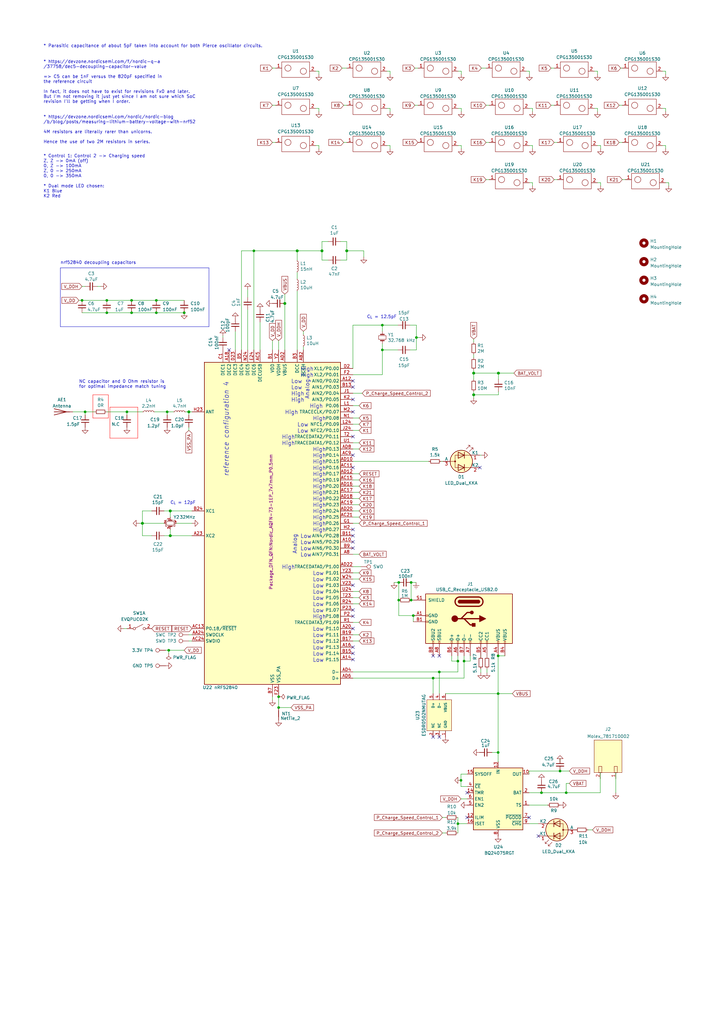
<source format=kicad_sch>
(kicad_sch (version 20230121) (generator eeschema)
  (paper "A3" portrait)
  (title_block (title "Left") (date "2023-07-16") (rev "V2") (company "Ergin") (comment 1 "Gabriel Hansson"))
  (junction (at 204.343 284.48))
  (junction (at 34.925 168.91))
  (junction (at 194.31 153.035) (diameter 1.016))
  (junction (at 43.815 123.19))
  (junction (at 170.815 138.43))
  (junction (at 168.656 246.126))
  (junction (at 58.42 214.63) (diameter 1.016))
  (junction (at 163.576 238.887))
  (junction (at 116.84 124.46) (diameter 1.016))
  (junction (at 68.58 168.91))
  (junction (at 204.47 153.035) (diameter 1.016))
  (junction (at 53.975 128.27))
  (junction (at 177.673 278.13))
  (junction (at 64.135 123.19))
  (junction (at 114.3 285.75))
  (junction (at 69.85 219.71) (diameter 1.016))
  (junction (at 156.845 143.51))
  (junction (at 229.743 316.23))
  (junction (at 69.215 266.7))
  (junction (at 194.31 161.925) (diameter 1.016))
  (junction (at 121.92 102.87) (diameter 1.016))
  (junction (at 168.656 238.887))
  (junction (at 69.85 209.55) (diameter 1.016))
  (junction (at 204.343 308.61))
  (junction (at 189.103 320.04))
  (junction (at 187.833 271.145))
  (junction (at 77.47 168.91) (diameter 1.016))
  (junction (at 64.135 128.27))
  (junction (at 156.845 133.35))
  (junction (at 104.14 102.87))
  (junction (at 52.07 168.91))
  (junction (at 180.213 275.59))
  (junction (at 43.815 128.27))
  (junction (at 232.283 325.12))
  (junction (at 190.373 271.145))
  (junction (at 222.123 325.12))
  (junction (at 114.3 290.195))
  (junction (at 53.975 123.19))
  (junction (at 204.343 268.986))
  (junction (at 163.576 246.126))
  (junction (at 75.565 128.27))
  (junction (at 169.545 252.476))
  (junction (at 132.08 102.87) (diameter 1.016))
  (junction (at 142.24 102.87) (diameter 1.016))
  (junction (at 187.833 337.82))
  (junction (at 33.655 123.19))
  (no_connect (at 144.78 158.75))
  (no_connect (at 191.643 325.12))
  (no_connect (at 177.673 268.986))
  (no_connect (at 144.78 224.79))
  (no_connect (at 144.78 163.83))
  (no_connect (at 144.78 250.19))
  (no_connect (at 144.78 257.81))
  (no_connect (at 144.78 265.43))
  (no_connect (at 144.78 191.77))
  (no_connect (at 144.78 270.51))
  (no_connect (at 144.78 217.17))
  (no_connect (at 144.78 219.71))
  (no_connect (at 217.043 335.28))
  (no_connect (at 144.78 168.91))
  (no_connect (at 144.78 179.07))
  (no_connect (at 144.78 240.03))
  (no_connect (at 144.78 252.73))
  (no_connect (at 180.213 268.986))
  (no_connect (at 144.78 186.69))
  (no_connect (at 180.213 302.26))
  (no_connect (at 177.673 302.26))
  (no_connect (at 220.853 342.9))
  (no_connect (at 144.78 267.97))
  (no_connect (at 144.78 156.21))
  (no_connect (at 196.85 191.77))
  (no_connect (at 93.98 143.51))
  (no_connect (at 191.643 335.28))
  (no_connect (at 144.78 222.25))
  (wire (pts (xy 232.283 321.31) (xy 232.283 325.12)))
  (wire (pts (xy 69.85 219.71) (xy 67.31 219.71)))
  (wire (pts (xy 132.08 99.06) (xy 132.08 102.87)))
  (wire (pts (xy 170.18 27.94) (xy 171.45 27.94)))
  (wire (pts (xy 194.31 161.925) (xy 204.47 161.925)))
  (wire (pts (xy 226.06 43.18) (xy 227.33 43.18)))
  (wire (pts (xy 147.32 166.37) (xy 144.78 166.37)))
  (wire (pts (xy 163.576 252.476) (xy 163.576 246.126)))
  (wire (pts (xy 218.44 59.69) (xy 217.17 59.69)))
  (wire (pts (xy 124.46 135.89) (xy 124.46 137.16)))
  (wire (pts (xy 69.215 267.97) (xy 69.215 266.7)))
  (wire (pts (xy 40.005 117.475) (xy 41.275 117.475)))
  (wire (pts (xy 194.31 160.655) (xy 194.31 161.925)))
  (wire (pts (xy 77.47 176.53) (xy 77.47 175.26)))
  (wire (pts (xy 111.76 139.7) (xy 111.76 143.51)))
  (wire (pts (xy 218.44 74.93) (xy 217.17 74.93)))
  (wire (pts (xy 144.78 153.67) (xy 156.845 153.67)))
  (wire (pts (xy 114.3 139.7) (xy 114.3 143.51)))
  (wire (pts (xy 130.81 29.21) (xy 130.81 30.48)))
  (wire (pts (xy 144.78 278.13) (xy 177.673 278.13)))
  (wire (pts (xy 156.845 133.35) (xy 163.195 133.35)))
  (wire (pts (xy 218.44 76.2) (xy 218.44 74.93)))
  (wire (pts (xy 53.975 128.27) (xy 64.135 128.27)))
  (wire (pts (xy 160.02 29.21) (xy 158.75 29.21)))
  (wire (pts (xy 52.07 168.91) (xy 58.42 168.91)))
  (wire (pts (xy 168.656 238.887) (xy 168.656 246.126)))
  (wire (pts (xy 170.18 43.18) (xy 171.45 43.18)))
  (wire (pts (xy 245.11 30.48) (xy 245.11 29.21)))
  (polyline (pts (xy 45.085 167.005) (xy 56.515 167.005)) (stroke (width 0) (color 255 0 0 1)))
  (wire (pts (xy 217.043 330.2) (xy 224.663 330.2)))
  (wire (pts (xy 147.32 227.33) (xy 144.78 227.33)))
  (wire (pts (xy 273.05 45.72) (xy 273.05 44.45)))
  (wire (pts (xy 142.24 102.87) (xy 149.225 102.87)))
  (wire (pts (xy 204.47 161.925) (xy 204.47 160.655)))
  (wire (pts (xy 189.23 29.21) (xy 187.96 29.21)))
  (wire (pts (xy 111.76 287.02) (xy 111.76 285.75)))
  (wire (pts (xy 189.103 317.5) (xy 191.643 317.5)))
  (wire (pts (xy 130.81 59.69) (xy 129.54 59.69)))
  (wire (pts (xy 192.913 271.145) (xy 192.913 268.986)))
  (wire (pts (xy 140.97 58.42) (xy 142.24 58.42)))
  (wire (pts (xy 218.44 44.45) (xy 217.17 44.45)))
  (wire (pts (xy 78.74 209.55) (xy 69.85 209.55)))
  (wire (pts (xy 144.78 189.23) (xy 175.895 189.23)))
  (wire (pts (xy 130.81 29.21) (xy 129.54 29.21)))
  (wire (pts (xy 140.335 27.94) (xy 142.24 27.94)))
  (wire (pts (xy 77.47 260.35) (xy 78.74 260.35)))
  (wire (pts (xy 199.39 73.66) (xy 200.66 73.66)))
  (wire (pts (xy 156.845 143.51) (xy 156.845 140.97)))
  (wire (pts (xy 246.38 76.2) (xy 246.38 74.93)))
  (wire (pts (xy 246.38 60.96) (xy 246.38 59.69)))
  (wire (pts (xy 57.15 214.63) (xy 58.42 214.63)))
  (wire (pts (xy 121.92 119.38) (xy 121.92 143.51)))
  (wire (pts (xy 144.78 201.93) (xy 147.32 201.93)))
  (wire (pts (xy 33.655 128.27) (xy 43.815 128.27)))
  (wire (pts (xy 181.483 341.63) (xy 182.753 341.63)))
  (wire (pts (xy 147.32 184.15) (xy 144.78 184.15)))
  (wire (pts (xy 147.32 255.27) (xy 144.78 255.27)))
  (wire (pts (xy 160.02 45.72) (xy 160.02 44.45)))
  (wire (pts (xy 199.39 43.18) (xy 200.66 43.18)))
  (wire (pts (xy 246.38 59.69) (xy 245.11 59.69)))
  (wire (pts (xy 148.59 161.29) (xy 144.78 161.29)))
  (wire (pts (xy 144.78 204.47) (xy 147.32 204.47)))
  (wire (pts (xy 106.68 132.08) (xy 106.68 143.51)))
  (wire (pts (xy 132.08 99.06) (xy 134.62 99.06)))
  (wire (pts (xy 189.103 327.66) (xy 191.643 327.66)))
  (wire (pts (xy 160.02 59.69) (xy 158.75 59.69)))
  (wire (pts (xy 124.46 142.24) (xy 124.46 143.51)))
  (wire (pts (xy 111.76 27.94) (xy 113.03 27.94)))
  (wire (pts (xy 142.24 106.68) (xy 142.24 102.87)))
  (wire (pts (xy 169.545 252.476) (xy 163.576 252.476)))
  (wire (pts (xy 160.02 30.48) (xy 160.02 29.21)))
  (wire (pts (xy 204.343 284.48) (xy 210.185 284.48)))
  (wire (pts (xy 199.771 274.32) (xy 199.771 275.844)))
  (wire (pts (xy 218.44 44.45) (xy 218.44 45.72)))
  (wire (pts (xy 147.32 242.57) (xy 144.78 242.57)))
  (wire (pts (xy 217.043 337.82) (xy 220.853 337.82)))
  (wire (pts (xy 144.78 151.13) (xy 144.78 133.35)))
  (wire (pts (xy 222.123 325.12) (xy 232.283 325.12)))
  (wire (pts (xy 139.7 99.06) (xy 142.24 99.06)))
  (wire (pts (xy 121.92 106.68) (xy 121.92 102.87)))
  (wire (pts (xy 189.23 59.69) (xy 187.96 59.69)))
  (wire (pts (xy 217.17 30.48) (xy 217.17 29.21)))
  (wire (pts (xy 147.32 207.01) (xy 144.78 207.01)))
  (wire (pts (xy 217.043 316.23) (xy 217.043 317.5)))
  (wire (pts (xy 187.833 337.82) (xy 191.643 337.82)))
  (wire (pts (xy 71.12 168.91) (xy 68.58 168.91)))
  (wire (pts (xy 189.103 320.04) (xy 189.103 322.58)))
  (wire (pts (xy 69.85 209.55) (xy 69.85 212.09)))
  (polyline (pts (xy 45.085 167.005) (xy 45.085 179.705)) (stroke (width 0) (color 255 0 0 1)))
  (wire (pts (xy 194.31 153.035) (xy 194.31 155.575)))
  (wire (pts (xy 160.02 59.69) (xy 160.02 60.96)))
  (wire (pts (xy 147.32 173.99) (xy 144.78 173.99)))
  (wire (pts (xy 29.845 168.91) (xy 34.925 168.91)))
  (wire (pts (xy 274.32 76.2) (xy 274.32 74.93)))
  (wire (pts (xy 63.5 168.91) (xy 68.58 168.91)))
  (wire (pts (xy 147.32 247.65) (xy 144.78 247.65)))
  (wire (pts (xy 104.14 143.51) (xy 104.14 102.87)))
  (wire (pts (xy 194.31 151.765) (xy 194.31 153.035)))
  (wire (pts (xy 187.833 271.145) (xy 185.293 271.145)))
  (wire (pts (xy 204.343 284.48) (xy 182.753 284.48)))
  (wire (pts (xy 139.7 106.68) (xy 142.24 106.68)))
  (wire (pts (xy 254.635 27.94) (xy 255.27 27.94)))
  (wire (pts (xy 156.845 143.51) (xy 163.195 143.51)))
  (polyline (pts (xy 24.765 133.985) (xy 85.725 133.985)))
  (wire (pts (xy 116.84 143.51) (xy 116.84 124.46)))
  (polyline (pts (xy 38.1 161.925) (xy 38.1 171.45)) (stroke (width 0) (color 255 0 0 1)))
  (wire (pts (xy 77.47 168.91) (xy 77.47 170.18)))
  (wire (pts (xy 147.32 214.63) (xy 144.78 214.63)))
  (wire (pts (xy 52.07 257.81) (xy 50.8 257.81)))
  (wire (pts (xy 204.47 153.035) (xy 204.47 155.575)))
  (wire (pts (xy 114.3 290.195) (xy 119.38 290.195)))
  (wire (pts (xy 172.085 138.43) (xy 170.815 138.43)))
  (wire (pts (xy 273.05 59.69) (xy 271.78 59.69)))
  (wire (pts (xy 144.78 260.35) (xy 147.32 260.35)))
  (wire (pts (xy 180.213 275.59) (xy 180.213 284.48)))
  (wire (pts (xy 43.815 128.27) (xy 53.975 128.27)))
  (wire (pts (xy 64.135 123.19) (xy 75.565 123.19)))
  (wire (pts (xy 161.671 238.887) (xy 163.576 238.887)))
  (wire (pts (xy 187.833 275.59) (xy 187.833 271.145)))
  (polyline (pts (xy 38.1 171.45) (xy 44.45 171.45)) (stroke (width 0) (color 255 0 0 1)))
  (wire (pts (xy 217.17 29.21) (xy 215.9 29.21)))
  (wire (pts (xy 189.23 30.48) (xy 189.23 29.21)))
  (wire (pts (xy 43.815 123.19) (xy 53.975 123.19)))
  (wire (pts (xy 149.225 102.87) (xy 149.225 105.41)))
  (wire (pts (xy 204.47 153.035) (xy 210.82 153.035)))
  (wire (pts (xy 189.23 45.72) (xy 189.23 44.45)))
  (wire (pts (xy 130.81 59.69) (xy 130.81 60.96)))
  (wire (pts (xy 99.06 143.51) (xy 99.06 102.87)))
  (wire (pts (xy 254 43.18) (xy 255.27 43.18)))
  (wire (pts (xy 194.31 146.685) (xy 194.31 145.415)))
  (wire (pts (xy 99.06 102.87) (xy 104.14 102.87)))
  (wire (pts (xy 147.32 181.61) (xy 144.78 181.61)))
  (wire (pts (xy 144.78 171.45) (xy 147.32 171.45)))
  (wire (pts (xy 189.23 60.96) (xy 189.23 59.69)))
  (wire (pts (xy 246.38 74.93) (xy 245.11 74.93)))
  (wire (pts (xy 147.32 209.55) (xy 144.78 209.55)))
  (wire (pts (xy 273.05 29.21) (xy 271.78 29.21)))
  (wire (pts (xy 273.05 44.45) (xy 271.78 44.45)))
  (wire (pts (xy 142.24 99.06) (xy 142.24 102.87)))
  (wire (pts (xy 217.043 316.23) (xy 229.743 316.23)))
  (wire (pts (xy 147.32 212.09) (xy 144.78 212.09)))
  (wire (pts (xy 58.42 214.63) (xy 58.42 209.55)))
  (wire (pts (xy 194.31 139.065) (xy 194.31 140.335)))
  (wire (pts (xy 190.373 271.145) (xy 192.913 271.145)))
  (wire (pts (xy 34.925 168.91) (xy 38.735 168.91)))
  (wire (pts (xy 58.42 219.71) (xy 58.42 214.63)))
  (polyline (pts (xy 44.45 171.45) (xy 44.45 161.925)) (stroke (width 0) (color 255 0 0 1)))
  (wire (pts (xy 77.47 262.89) (xy 78.74 262.89)))
  (wire (pts (xy 132.08 102.87) (xy 132.08 106.68)))
  (wire (pts (xy 52.07 170.18) (xy 52.07 168.91)))
  (wire (pts (xy 156.845 135.89) (xy 156.845 133.35)))
  (wire (pts (xy 53.975 123.19) (xy 64.135 123.19)))
  (polyline (pts (xy 38.1 161.925) (xy 44.45 161.925)) (stroke (width 0) (color 255 0 0 1)))
  (wire (pts (xy 177.673 278.13) (xy 177.673 284.48)))
  (wire (pts (xy 76.2 168.91) (xy 77.47 168.91)))
  (wire (pts (xy 201.803 308.61) (xy 204.343 308.61)))
  (wire (pts (xy 168.275 133.35) (xy 170.815 133.35)))
  (wire (pts (xy 91.44 137.795) (xy 91.44 138.43)))
  (wire (pts (xy 101.6 127) (xy 101.6 143.51)))
  (wire (pts (xy 189.103 322.58) (xy 191.643 322.58)))
  (wire (pts (xy 199.39 58.42) (xy 200.66 58.42)))
  (wire (pts (xy 43.815 168.91) (xy 52.07 168.91)))
  (polyline (pts (xy 56.515 179.705) (xy 56.515 167.005)) (stroke (width 0) (color 255 0 0 1)))
  (wire (pts (xy 229.743 316.23) (xy 233.553 316.23)))
  (wire (pts (xy 233.553 321.31) (xy 232.283 321.31)))
  (wire (pts (xy 156.845 153.67) (xy 156.845 143.51)))
  (wire (pts (xy 217.043 325.12) (xy 222.123 325.12)))
  (wire (pts (xy 72.39 214.63) (xy 78.74 214.63)))
  (wire (pts (xy 204.343 308.61) (xy 204.343 312.42)))
  (wire (pts (xy 189.23 44.45) (xy 187.96 44.45)))
  (wire (pts (xy 147.32 234.95) (xy 144.78 234.95)))
  (wire (pts (xy 243.078 340.36) (xy 241.173 340.36)))
  (wire (pts (xy 190.373 268.986) (xy 190.373 271.145)))
  (wire (pts (xy 130.81 44.45) (xy 130.81 45.72)))
  (wire (pts (xy 33.655 117.475) (xy 34.925 117.475)))
  (wire (pts (xy 204.343 268.986) (xy 207.137 268.986)))
  (wire (pts (xy 147.32 194.31) (xy 144.78 194.31)))
  (wire (pts (xy 274.32 74.93) (xy 273.05 74.93)))
  (wire (pts (xy 170.815 138.43) (xy 170.815 143.51)))
  (wire (pts (xy 197.485 186.69) (xy 196.85 186.69)))
  (wire (pts (xy 170.688 238.887) (xy 168.656 238.887)))
  (wire (pts (xy 245.11 44.45) (xy 243.84 44.45)))
  (wire (pts (xy 199.771 268.986) (xy 199.771 269.24)))
  (wire (pts (xy 129.54 44.45) (xy 130.81 44.45)))
  (wire (pts (xy 144.78 275.59) (xy 180.213 275.59)))
  (wire (pts (xy 69.85 209.55) (xy 67.31 209.55)))
  (wire (pts (xy 64.135 128.27) (xy 75.565 128.27)))
  (wire (pts (xy 34.925 170.18) (xy 34.925 168.91)))
  (wire (pts (xy 187.833 268.986) (xy 187.833 271.145)))
  (wire (pts (xy 226.06 27.94) (xy 227.33 27.94)))
  (wire (pts (xy 140.97 43.18) (xy 142.24 43.18)))
  (wire (pts (xy 197.231 268.986) (xy 197.231 269.24)))
  (wire (pts (xy 134.62 106.68) (xy 132.08 106.68)))
  (wire (pts (xy 104.14 102.87) (xy 121.92 102.87)))
  (wire (pts (xy 194.31 161.925) (xy 194.31 163.195)))
  (wire (pts (xy 58.42 209.55) (xy 62.23 209.55)))
  (wire (pts (xy 204.343 284.48) (xy 204.343 308.61)))
  (wire (pts (xy 245.11 29.21) (xy 243.84 29.21)))
  (wire (pts (xy 181.61 189.23) (xy 180.975 189.23)))
  (wire (pts (xy 180.213 275.59) (xy 187.833 275.59)))
  (wire (pts (xy 197.231 274.32) (xy 197.231 275.844)))
  (wire (pts (xy 69.85 219.71) (xy 78.74 219.71)))
  (wire (pts (xy 194.31 153.035) (xy 204.47 153.035)))
  (polyline (pts (xy 85.725 133.985) (xy 85.725 109.855)))
  (wire (pts (xy 218.44 60.96) (xy 218.44 59.69)))
  (wire (pts (xy 69.215 266.7) (xy 67.945 266.7)))
  (wire (pts (xy 252.603 316.865) (xy 252.603 325.12)))
  (wire (pts (xy 114.3 285.75) (xy 114.3 290.195)))
  (wire (pts (xy 227.33 58.42) (xy 228.6 58.42)))
  (wire (pts (xy 190.373 271.145) (xy 190.373 278.13)))
  (wire (pts (xy 246.253 316.865) (xy 246.253 325.12)))
  (wire (pts (xy 147.955 232.41) (xy 144.78 232.41)))
  (wire (pts (xy 75.565 266.7) (xy 69.215 266.7)))
  (wire (pts (xy 62.23 219.71) (xy 58.42 219.71)))
  (wire (pts (xy 160.02 44.45) (xy 158.75 44.45)))
  (wire (pts (xy 255.27 73.66) (xy 256.54 73.66)))
  (wire (pts (xy 182.753 335.28) (xy 181.483 335.28)))
  (wire (pts (xy 121.92 102.87) (xy 132.08 102.87)))
  (wire (pts (xy 227.33 73.66) (xy 228.6 73.66)))
  (wire (pts (xy 32.385 123.19) (xy 33.655 123.19)))
  (wire (pts (xy 147.32 237.49) (xy 144.78 237.49)))
  (wire (pts (xy 273.05 60.96) (xy 273.05 59.69)))
  (wire (pts (xy 197.485 27.94) (xy 199.39 27.94)))
  (wire (pts (xy 177.673 278.13) (xy 190.373 278.13)))
  (wire (pts (xy 254 58.42) (xy 255.27 58.42)))
  (wire (pts (xy 67.31 214.63) (xy 58.42 214.63)))
  (wire (pts (xy 78.74 168.91) (xy 77.47 168.91)))
  (wire (pts (xy 170.815 133.35) (xy 170.815 138.43)))
  (wire (pts (xy 187.833 337.82) (xy 187.833 341.63)))
  (wire (pts (xy 170.815 143.51) (xy 168.275 143.51)))
  (wire (pts (xy 204.343 268.986) (xy 204.343 284.48)))
  (wire (pts (xy 144.78 199.39) (xy 147.32 199.39)))
  (polyline (pts (xy 24.765 109.855) (xy 85.725 109.855)))
  (wire (pts (xy 163.576 238.887) (xy 163.576 246.126)))
  (wire (pts (xy 33.655 123.19) (xy 43.815 123.19)))
  (wire (pts (xy 69.85 217.17) (xy 69.85 219.71)))
  (wire (pts (xy 169.545 252.476) (xy 169.545 255.016)))
  (polyline (pts (xy 24.765 109.855) (xy 24.765 133.985)))
  (wire (pts (xy 144.78 133.35) (xy 156.845 133.35)))
  (wire (pts (xy 187.833 335.28) (xy 187.833 337.82)))
  (wire (pts (xy 185.293 271.145) (xy 185.293 268.986)))
  (wire (pts (xy 229.743 311.15) (xy 229.743 312.42)))
  (wire (pts (xy 232.283 325.12) (xy 246.253 325.12)))
  (wire (pts (xy 116.84 124.46) (xy 116.84 120.65)))
  (wire (pts (xy 245.11 44.45) (xy 245.11 45.72)))
  (wire (pts (xy 144.78 245.11) (xy 147.32 245.11)))
  (wire (pts (xy 101.6 118.745) (xy 101.6 121.92)))
  (polyline (pts (xy 45.085 179.705) (xy 56.515 179.705)) (stroke (width 0) (color 255 0 0 1)))
  (wire (pts (xy 189.103 317.5) (xy 189.103 320.04)))
  (wire (pts (xy 68.58 168.91) (xy 68.58 170.18)))
  (wire (pts (xy 273.05 30.48) (xy 273.05 29.21)))
  (wire (pts (xy 96.52 135.89) (xy 96.52 143.51)))
  (wire (pts (xy 121.92 114.3) (xy 121.92 111.76)))
  (wire (pts (xy 111.76 58.42) (xy 113.03 58.42)))
  (wire (pts (xy 144.78 176.53) (xy 147.32 176.53)))
  (wire (pts (xy 144.78 196.85) (xy 147.32 196.85)))
  (wire (pts (xy 111.76 43.18) (xy 113.03 43.18)))
  (wire (pts (xy 168.656 246.126) (xy 169.545 246.126)))
  (wire (pts (xy 147.32 262.89) (xy 144.78 262.89)))
  (text "* Dual mode LED chosen:\nK1 Blue \nK2 Red\n" (at 17.78 81.28 0) (effects (font (size 1.27 1.27)) (justify left bottom)))
  (text "High" (at 128.27 200.66 0) (effects (font (size 1.6 1.6)) (justify left bottom)))
  (text "* Control 1: Control 2 -> Charging speed\nZ, Z -> 0mA (off)\n0, Z -> 100mA\nZ, 0 -> 250mA\n0, 0 -> 350mA" (at 17.78 73.025 0) (effects (font (size 1.27 1.27)) (justify left bottom)))
  (text "Analog" (at 127 163.83 90) (effects (font (size 1.6 1.6)) (justify left bottom)))
  (text "Analog" (at 121.92 227.33 90) (effects (font (size 1.6 1.6)) (justify left bottom)))
  (text "High" (at 128.27 195.58 0) (effects (font (size 1.6 1.6)) (justify left bottom)))
  (text "Low\n" (at 128.27 271.78 0) (effects (font (size 1.6 1.6)) (justify left bottom)))
  (text "reference configuration 4" (at 93.98 195.58 90) (effects (font (size 2 2) italic) (justify left bottom)))
  (text "Low\n" (at 123.19 228.6 0) (effects (font (size 1.6 1.6)) (justify left bottom)))
  (text "High" (at 128.27 185.42 0) (effects (font (size 1.6 1.6)) (justify left bottom)))
  (text "Low\n" (at 128.27 243.84 0) (effects (font (size 1.6 1.6)) (justify left bottom)))
  (text "Low\n" (at 128.27 261.62 0) (effects (font (size 1.6 1.6)) (justify left bottom)))
  (text "High" (at 128.27 187.96 0) (effects (font (size 1.6 1.6)) (justify left bottom)))
  (text "Low\n" (at 128.27 269.24 0) (effects (font (size 1.6 1.6)) (justify left bottom)))
  (text "High" (at 115.57 180.34 0) (effects (font (size 1.6 1.6)) (justify left bottom)))
  (text "Low\n" (at 128.27 248.92 0) (effects (font (size 1.6 1.6)) (justify left bottom)))
  (text "Low\n" (at 128.27 259.08 0) (effects (font (size 1.6 1.6)) (justify left bottom)))
  (text "High" (at 128.27 190.5 0) (effects (font (size 1.6 1.6)) (justify left bottom)))
  (text "High" (at 128.27 218.44 0) (effects (font (size 1.6 1.6)) (justify left bottom)))
  (text "Low\n" (at 128.27 238.76 0) (effects (font (size 1.6 1.6)) (justify left bottom)))
  (text "High" (at 128.27 198.12 0) (effects (font (size 1.6 1.6)) (justify left bottom)))
  (text "High" (at 119.38 165.1 0) (effects (font (size 1.6 1.6)) (justify left bottom)))
  (text "Low\n" (at 128.27 264.16 0) (effects (font (size 1.6 1.6)) (justify left bottom)))
  (text "High" (at 128.27 203.2 0) (effects (font (size 1.6 1.6)) (justify left bottom)))
  (text "Low\n" (at 128.27 266.7 0) (effects (font (size 1.6 1.6)) (justify left bottom)))
  (text "High" (at 123.19 154.94 0) (effects (font (size 1.6 1.6)) (justify left bottom)))
  (text "Low\n" (at 121.92 175.26 0) (effects (font (size 1.6 1.6)) (justify left bottom)))
  (text "High" (at 128.27 205.74 0) (effects (font (size 1.6 1.6)) (justify left bottom)))
  (text "High" (at 128.27 210.82 0) (effects (font (size 1.6 1.6)) (justify left bottom)))
  (text "C_{L} = 12.5pF" (at 150.495 130.81 0) (effects (font (size 1.27 1.27)) (justify left bottom)))
  (text "High" (at 128.27 254 0) (effects (font (size 1.6 1.6)) (justify left bottom)))
  (text "Low\n" (at 121.92 177.8 0) (effects (font (size 1.6 1.6)) (justify left bottom)))
  (text "Low\n" (at 119.38 157.48 0) (effects (font (size 1.6 1.6)) (justify left bottom)))
  (text "Low\n" (at 119.38 160.02 0) (effects (font (size 1.6 1.6)) (justify left bottom)))
  (text "High" (at 128.27 208.28 0) (effects (font (size 1.6 1.6)) (justify left bottom)))
  (text "High" (at 127 167.64 0) (effects (font (size 1.6 1.6)) (justify left bottom)))
  (text "High" (at 123.19 152.4 0) (effects (font (size 1.6 1.6)) (justify left bottom)))
  (text "High" (at 128.2697 193.1016 0) (effects (font (size 1.6 1.6)) (justify left bottom)))
  (text "High" (at 115.57 182.88 0) (effects (font (size 1.6 1.6)) (justify left bottom)))
  (text "C_{L} = 12pF" (at 69.85 207.01 0) (effects (font (size 1.27 1.27)) (justify left bottom)))
  (text "High" (at 119.38 162.56 0) (effects (font (size 1.6 1.6)) (justify left bottom)))
  (text "Low\n" (at 128.27 241.3 0) (effects (font (size 1.6 1.6)) (justify left bottom)))
  (text "High" (at 128.27 213.36 0) (effects (font (size 1.6 1.6)) (justify left bottom)))
  (text "* Parasitic capacitance of about 5pF taken into account for both Pierce oscillator circuits." (at 17.78 19.685 0) (effects (font (size 1.27 1.27)) (justify left bottom)))
  (text "* https://devzone.nordicsemi.com/nordic/nordic-blog\n/b/blog/posts/measuring-lithium-battery-voltage-with-nrf52\n\n4M resistors are literally rarer than unicorns.\n\nHence the use of two 2M resistors in series." (at 17.78 59.055 0) (effects (font (size 1.27 1.27)) (justify left bottom)))
  (text "High" (at 128.27 215.9 0) (effects (font (size 1.6 1.6)) (justify left bottom)))
  (text "* https://devzone.nordicsemi.com/f/nordic-q-a\n/37758/dec5-decoupling-capacitor-value\n\n=> C5 can be 1nF versus the 820pF specified in\nthe reference circuit\n\nIn fact, it does not have to exist for revisions Fx0 and later.\nBut I'm not removing it just yet since I am not sure which SoC \nrevision I'll be getting when I order." (at 17.78 42.545 0) (effects (font (size 1.27 1.27)) (justify left bottom)))
  (text "Low\n" (at 123.19 223.52 0) (effects (font (size 1.6 1.6)) (justify left bottom)))
  (text "High" (at 116.84 170.18 0) (effects (font (size 1.6 1.6)) (justify left bottom)))
  (text "High" (at 115.57 233.68 0) (effects (font (size 1.6 1.6)) (justify left bottom)))
  (text "NC capacitor and 0 Ohm resistor is\nfor optimal impedance match tuning" (at 32.385 159.385 0) (effects (font (size 1.27 1.27)) (justify left bottom)))
  (text "Low\n" (at 128.27 251.46 0) (effects (font (size 1.6 1.6)) (justify left bottom)))
  (text "Low\n" (at 128.27 236.22 0) (effects (font (size 1.6 1.6)) (justify left bottom)))
  (text "nrf52840 decoupling capacitors" (at 24.765 108.585 0) (effects (font (size 1.27 1.27)) (justify left bottom)))
  (text "Low\n" (at 123.19 220.98 0) (effects (font (size 1.6 1.6)) (justify left bottom)))
  (text "High" (at 128.27 172.72 0) (effects (font (size 1.6 1.6)) (justify left bottom)))
  (text "Low\n" (at 123.19 226.06 0) (effects (font (size 1.6 1.6)) (justify left bottom)))
  (text "Low\n" (at 128.27 246.38 0) (effects (font (size 1.6 1.6)) (justify left bottom)))
  (global_label "K14" (shape input) (at 147.32 247.65 0) (property "Intersheetrefs" "${INTERSHEET_REFS}" (effects hide)))
  (global_label "K21" (shape input) (at 255.27 73.66 180) (property "Intersheetrefs" "${INTERSHEET_REFS}" (effects hide)))
  (global_label "K11" (shape input) (at 226.06 43.18 180) (property "Intersheetrefs" "${INTERSHEET_REFS}" (effects hide)))
  (global_label "V_DDH" (shape input) (at 114.3 139.7 90) (property "Intersheetrefs" "${INTERSHEET_REFS}" (effects hide)))
  (global_label "K9" (shape input) (at 170.18 43.18 180) (property "Intersheetrefs" "${INTERSHEET_REFS}" (effects hide)))
  (global_label "K19" (shape input) (at 199.39 73.66 180) (property "Intersheetrefs" "${INTERSHEET_REFS}" (effects hide)))
  (global_label "K2" (shape input) (at 140.335 27.94 180) (property "Intersheetrefs" "${INTERSHEET_REFS}" (effects hide)))
  (global_label "K15" (shape input) (at 171.45 58.42 180) (property "Intersheetrefs" "${INTERSHEET_REFS}" (effects hide)))
  (global_label "P_Charge_Speed_Control_2" (shape input) (at 148.59 161.29 0) (property "Intersheetrefs" "${INTERSHEET_REFS}" (effects hide)))
  (global_label "K3" (shape input) (at 147.32 245.11 0) (property "Intersheetrefs" "${INTERSHEET_REFS}" (effects hide)))
  (global_label "K10" (shape input) (at 147.32 209.55 0) (property "Intersheetrefs" "${INTERSHEET_REFS}" (effects hide)))
  (global_label "K8" (shape input) (at 140.97 43.18 180) (property "Intersheetrefs" "${INTERSHEET_REFS}" (effects hide)))
  (global_label "K17" (shape input) (at 227.33 58.42 180) (property "Intersheetrefs" "${INTERSHEET_REFS}" (effects hide)))
  (global_label "V_DDH" (shape input) (at 243.078 340.36 0) (property "Intersheetrefs" "${INTERSHEET_REFS}" (effects hide)))
  (global_label "K19" (shape input) (at 147.32 212.09 0) (property "Intersheetrefs" "${INTERSHEET_REFS}" (effects hide)))
  (global_label "K16" (shape input) (at 199.39 58.42 180) (property "Intersheetrefs" "${INTERSHEET_REFS}" (effects hide)))
  (global_label "K1" (shape input) (at 147.32 176.53 0) (property "Intersheetrefs" "${INTERSHEET_REFS}" (effects hide)))
  (global_label "VBAT" (shape input) (at 233.553 321.31 0) (property "Intersheetrefs" "${INTERSHEET_REFS}" (effects hide)))
  (global_label "K21" (shape input) (at 147.32 201.93 0) (property "Intersheetrefs" "${INTERSHEET_REFS}" (effects hide)))
  (global_label "K7" (shape input) (at 147.32 173.99 0) (property "Intersheetrefs" "${INTERSHEET_REFS}" (effects hide)))
  (global_label "RESET" (shape input) (at 78.74 257.81 180) (property "Intersheetrefs" "${INTERSHEET_REFS}" (effects hide)))
  (global_label "V_DD" (shape input) (at 75.565 266.7 0) (property "Intersheetrefs" "${INTERSHEET_REFS}" (effects hide)))
  (global_label "V_DDH" (shape input) (at 189.103 327.66 180) (property "Intersheetrefs" "${INTERSHEET_REFS}" (effects hide)))
  (global_label "P_Charge_Speed_Control_2" (shape input) (at 181.483 341.63 180) (property "Intersheetrefs" "${INTERSHEET_REFS}" (effects hide)))
  (global_label "K14" (shape input) (at 140.97 58.42 180) (property "Intersheetrefs" "${INTERSHEET_REFS}" (effects hide)))
  (global_label "V_DDH" (shape input) (at 233.553 316.23 0) (property "Intersheetrefs" "${INTERSHEET_REFS}" (effects hide)))
  (global_label "K20" (shape input) (at 227.33 73.66 180) (property "Intersheetrefs" "${INTERSHEET_REFS}" (effects hide)))
  (global_label "VSS_PA" (shape input) (at 77.47 176.53 270) (property "Intersheetrefs" "${INTERSHEET_REFS}" (effects hide)))
  (global_label "K11" (shape input) (at 147.32 181.61 0) (property "Intersheetrefs" "${INTERSHEET_REFS}" (effects hide)))
  (global_label "K13" (shape input) (at 111.76 58.42 180) (property "Intersheetrefs" "${INTERSHEET_REFS}" (effects hide)))
  (global_label "K18" (shape input) (at 147.32 199.39 0) (property "Intersheetrefs" "${INTERSHEET_REFS}" (effects hide)))
  (global_label "P_Charge_Speed_Control_1" (shape input) (at 181.483 335.28 180) (property "Intersheetrefs" "${INTERSHEET_REFS}" (effects hide)))
  (global_label "K6" (shape input) (at 147.32 166.37 0) (property "Intersheetrefs" "${INTERSHEET_REFS}" (effects hide)))
  (global_label "V_DD" (shape input) (at 124.46 135.89 90) (property "Intersheetrefs" "${INTERSHEET_REFS}" (effects hide)))
  (global_label "K9" (shape input) (at 147.32 234.95 0) (property "Intersheetrefs" "${INTERSHEET_REFS}" (effects hide)))
  (global_label "K4" (shape input) (at 147.32 255.27 0) (property "Intersheetrefs" "${INTERSHEET_REFS}" (effects hide)))
  (global_label "K12" (shape input) (at 147.32 184.15 0) (property "Intersheetrefs" "${INTERSHEET_REFS}" (effects hide)))
  (global_label "VBUS" (shape input) (at 116.84 120.65 90) (property "Intersheetrefs" "${INTERSHEET_REFS}" (effects hide)))
  (global_label "K7" (shape input) (at 111.76 43.18 180) (property "Intersheetrefs" "${INTERSHEET_REFS}" (effects hide)))
  (global_label "K10" (shape input) (at 199.39 43.18 180) (property "Intersheetrefs" "${INTERSHEET_REFS}" (effects hide)))
  (global_label "K5" (shape input) (at 147.32 171.45 0) (property "Intersheetrefs" "${INTERSHEET_REFS}" (effects hide)))
  (global_label "K18" (shape input) (at 254 58.42 180) (property "Intersheetrefs" "${INTERSHEET_REFS}" (effects hide)))
  (global_label "VBAT" (shape input) (at 194.31 139.065 90) (property "Intersheetrefs" "${INTERSHEET_REFS}" (effects hide)))
  (global_label "K15" (shape input) (at 147.32 237.49 0) (property "Intersheetrefs" "${INTERSHEET_REFS}" (effects hide)))
  (global_label "BAT_VOLT" (shape input) (at 210.82 153.035 0) (property "Intersheetrefs" "${INTERSHEET_REFS}" (effects hide)))
  (global_label "K1" (shape input) (at 111.76 27.94 180) (property "Intersheetrefs" "${INTERSHEET_REFS}" (effects hide)))
  (global_label "K13" (shape input) (at 147.32 262.89 0) (property "Intersheetrefs" "${INTERSHEET_REFS}" (effects hide)))
  (global_label "V_DD" (shape input) (at 111.76 139.7 90) (property "Intersheetrefs" "${INTERSHEET_REFS}" (effects hide)))
  (global_label "VSS_PA" (shape input) (at 119.38 290.195 0) (property "Intersheetrefs" "${INTERSHEET_REFS}" (effects hide)))
  (global_label "K4" (shape input) (at 197.485 27.94 180) (property "Intersheetrefs" "${INTERSHEET_REFS}" (effects hide)))
  (global_label "K12" (shape input) (at 254 43.18 180) (property "Intersheetrefs" "${INTERSHEET_REFS}" (effects hide)))
  (global_label "K3" (shape input) (at 170.18 27.94 180) (property "Intersheetrefs" "${INTERSHEET_REFS}" (effects hide)))
  (global_label "V_DD" (shape input) (at 32.385 123.19 180) (property "Intersheetrefs" "${INTERSHEET_REFS}" (effects hide)))
  (global_label "K5" (shape input) (at 226.06 27.94 180) (property "Intersheetrefs" "${INTERSHEET_REFS}" (effects hide)))
  (global_label "RESET" (shape input) (at 147.32 194.31 0) (property "Intersheetrefs" "${INTERSHEET_REFS}" (effects hide)))
  (global_label "K6" (shape input) (at 254.635 27.94 180) (property "Intersheetrefs" "${INTERSHEET_REFS}" (effects hide)))
  (global_label "RESET" (shape input) (at 62.23 257.81 0) (property "Intersheetrefs" "${INTERSHEET_REFS}" (effects hide)))
  (global_label "P_Charge_Speed_Control_1" (shape input) (at 147.32 214.63 0) (property "Intersheetrefs" "${INTERSHEET_REFS}" (effects hide)))
  (global_label "K20" (shape input) (at 147.32 207.01 0) (property "Intersheetrefs" "${INTERSHEET_REFS}" (effects hide)))
  (global_label "K17" (shape input) (at 147.32 204.47 0) (property "Intersheetrefs" "${INTERSHEET_REFS}" (effects hide)))
  (global_label "VBUS" (shape input) (at 210.185 284.48 0) (property "Intersheetrefs" "${INTERSHEET_REFS}" (effects hide)))
  (global_label "BAT_VOLT" (shape input) (at 147.32 227.33 0) (property "Intersheetrefs" "${INTERSHEET_REFS}" (effects hide)))
  (global_label "V_DDH" (shape input) (at 33.655 117.475 180) (property "Intersheetrefs" "${INTERSHEET_REFS}" (effects hide)))
  (global_label "K2" (shape input) (at 147.32 260.35 0) (property "Intersheetrefs" "${INTERSHEET_REFS}" (effects hide)))
  (global_label "K16" (shape input) (at 147.32 196.85 0) (property "Intersheetrefs" "${INTERSHEET_REFS}" (effects hide)))
  (global_label "K8" (shape input) (at 147.32 242.57 0) (property "Intersheetrefs" "${INTERSHEET_REFS}" (effects hide)))
  (symbol (lib_id "power:GND") (at 96.52 130.81 180) (unit 1)
    (property "Reference" "#PWR028" (effects hide))
    (property "Value" "GND" (effects hide))
  )
  (symbol (lib_id "power:PWR_FLAG") (at 69.215 267.97 180) (unit 1)
    (property "Reference" "#FLG01" (effects hide))
    (property "Value" "PWR_FLAG" (at 70.866 269.6738 0) (effects (justify right)))
  )
  (symbol (lib_name "GND_47") (lib_id "power:GND") (at 111.76 287.02 0) (unit 1)
    (property "Reference" "#PWR044" (effects hide))
    (property "Value" "GND" (effects hide))
  )
  (symbol (lib_id "Device:R_Small") (at 227.203 330.2 90) (unit 1)
    (property "Reference" "R9" (at 227.203 332.4512 90))
    (property "Value" "10k" (at 227.203 327.66 90))
    (property "Footprint" "Resistor_SMD:R_0402_1005Metric" (effects hide))
    (property "LCSC Part" "C60490" (effects hide))
    (property "Manufacturer Part" "RC0402FR-0710KL" (effects hide))
    (property "JLC Part" "C25744" (effects hide))
  )
  (symbol (lib_id "Device:C_Small") (at 101.6 124.46 180) (unit 1)
    (property "Reference" "C4" (at 95.885 125.73 90) (effects (justify right)))
    (property "Value" "1nF" (at 97.79 125.73 90) (effects (justify right)))
    (property "Footprint" "Capacitor_SMD:C_0402_1005Metric" (effects hide))
    (property "LCSC Part" "C1525" (effects hide))
    (property "Digikey" "1276-6720-1-ND" (effects hide))
    (property "Manufacturer Part" "CL05B104KA5NNNC" (effects hide))
    (property "JLC Part" "C1525" (effects hide))
  )
  (symbol (lib_id "Device:C_Small") (at 43.815 125.73 180) (unit 1)
    (property "Reference" "C7" (at 50.8 124.46 0) (effects (justify left)))
    (property "Value" "1uF" (at 50.8 127 0) (effects (justify left)))
    (property "Footprint" "Capacitor_SMD:C_0402_1005Metric" (effects hide))
    (property "LCSC Part" "C52923" (effects hide))
    (property "Digikey" "1276-1067-1-ND" (effects hide))
    (property "Manufacturer Part" "CL05A105KO5NNNC" (effects hide))
    (property "JLC Part" "C52923" (effects hide))
  )
  (symbol (lib_id "Device:L_Small") (at 73.66 168.91 90) (unit 1)
    (property "Reference" "L5" (at 73.66 164.211 90))
    (property "Value" "4.7nH" (at 73.66 166.5224 90))
    (property "Footprint" "Inductor_SMD:L_0402_1005Metric" (effects hide))
    (property "LCSC Part" "C76775" (effects hide))
    (property "Manufacturer Part" "MLG1005S3N9BT000" (effects hide))
    (property "JLC Part" "C14033" (effects hide))
  )
  (symbol (lib_name "GND_46") (lib_id "power:GND") (at 172.085 138.43 90) (unit 1)
    (property "Reference" "#PWR030" (effects hide))
    (property "Value" "GND" (effects hide))
  )
  (symbol (lib_name "GND_45") (lib_id "power:GND") (at 149.225 105.41 0) (unit 1)
    (property "Reference" "#PWR022" (effects hide))
    (property "Value" "GND" (effects hide))
  )
  (symbol (lib_id "Device:LED_Dual_KKA") (at 189.23 189.23 0) (unit 1)
    (property "Reference" "D1" (at 189.23 195.58 0))
    (property "Value" "LED_Dual_KKA" (at 189.23 198.12 0))
    (property "Footprint" "lib:LED-ARRAY-SMD_3P-L3.0-W2.0-L-FD" (effects hide))
    (property "LCSC Part" "C605447" (effects hide))
    (property "Manufacturer Part" "12-22/BHR6C-A01/2C" (effects hide))
    (property "JLC Part" "C605447" (effects hide))
  )
  (symbol (lib_name "GND_44") (lib_id "power:GND") (at 78.74 214.63 90) (unit 1)
    (property "Reference" "#PWR037" (effects hide))
    (property "Value" "GND" (effects hide))
  )
  (symbol (lib_name "GND_43") (lib_id "power:GND") (at 217.17 30.48 0) (unit 1)
    (property "Reference" "#PWR04" (effects hide))
    (property "Value" "GND" (effects hide))
  )
  (symbol (lib_id "Device:R_Small") (at 166.116 246.126 270) (unit 1)
    (property "Reference" "R6" (at 165.989 242.443 90))
    (property "Value" "1M" (at 165.989 244.348 90))
    (property "Footprint" "Resistor_SMD:R_0402_1005Metric" (effects hide))
    (property "LCSC Part" "C60490" (effects hide))
    (property "Manufacturer Part" "RC0402FR-0710KL" (effects hide))
    (property "JLC Part" "C25744" (effects hide))
  )
  (symbol (lib_id "MCU_Nordic:nRF52840") (at 111.76 214.63 0) (unit 1)
    (property "Reference" "U22" (at 85.09 281.94 0))
    (property "Value" "nRF52840" (at 92.71 281.94 0))
    (property "Footprint" "Package_DFN_QFN:Nordic_AQFN-73-1EP_7x7mm_P0.5mm" (at 111.125 213.995 90))
    (property "Datasheet" "http://infocenter.nordicsemi.com/topic/com.nordic.infocenter.nrf52/dita/nrf52/chips/nrf52840.html" (effects hide))
    (property "LCSC Part" "C1851953" (effects hide))
    (property "Digikey" "1490-1071-1-ND" (effects hide))
    (property "Manufacturer Part" "NRF52840-QIAA-R" (effects hide))
    (property "JLC Part" "C1851953" (effects hide))
  )
  (symbol (lib_id "Device:C_Small") (at 64.77 209.55 270) (unit 1)
    (property "Reference" "C21" (at 64.77 203.7334 90))
    (property "Value" "15pF" (at 64.77 206.0448 90))
    (property "Footprint" "Capacitor_SMD:C_0402_1005Metric" (effects hide))
    (property "LCSC Part" "C307341" (effects hide))
    (property "Manufacturer Part" "CL05C150JB51PNC" (effects hide))
    (property "JLC Part" "C1548" (effects hide))
  )
  (symbol (lib_name "GND_42") (lib_id "power:GND") (at 160.02 45.72 0) (unit 1)
    (property "Reference" "#PWR08" (effects hide))
    (property "Value" "GND" (effects hide))
  )
  (symbol (lib_id "Device:R_Small") (at 178.435 189.23 270) (unit 1)
    (property "Reference" "R5" (at 178.435 184.2516 90))
    (property "Value" "1.5k" (at 178.435 186.563 90))
    (property "Footprint" "Resistor_SMD:R_0402_1005Metric" (effects hide))
    (property "Manufacturer Part" "RC0402FR-071K5L" (effects hide))
    (property "JLC Part" "C114759" (effects hide))
    (property "LCSC Part" "C114759" (effects hide))
  )
  (symbol (lib_id "Connector:TestPoint") (at 77.47 260.35 90) (unit 1) (in_bom no)
    (property "Reference" "TP2" (at 72.39 260.35 90) (effects (justify left)))
    (property "Value" "SWC" (at 67.945 260.35 90) (effects (justify left)))
    (property "Footprint" "TestPoint:TestPoint_THTPad_1.5x1.5mm_Drill0.7mm" (effects hide))
  )
  (symbol (lib_id "Device:C_Small") (at 199.263 308.61 270) (unit 1)
    (property "Reference" "C24" (at 199.136 303.911 90))
    (property "Value" "1uF" (at 199.263 305.689 90))
    (property "Footprint" "Capacitor_SMD:C_0402_1005Metric" (effects hide))
    (property "LCSC Part" "C52923" (effects hide))
    (property "Digikey" "1276-1067-1-ND" (effects hide))
    (property "Manufacturer Part" "CL05A105KO5NNNC" (effects hide))
    (property "JLC Part" "C52923" (effects hide))
  )
  (symbol (lib_id "Device:R_Small") (at 185.293 341.63 90) (unit 1)
    (property "Reference" "R12" (at 185.293 337.1936 90))
    (property "Value" "3.9k" (at 185.293 339.7305 90))
    (property "Footprint" "Resistor_SMD:R_0402_1005Metric" (effects hide))
    (property "LCSC Part" "C131467" (effects hide))
    (property "Manufacturer Part" "RC0402FR-073K9L" (effects hide))
    (property "JLC Part" "C51721" (effects hide))
  )
  (symbol (lib_id "Device:L_Small") (at 124.46 139.7 0) (unit 1)
    (property "Reference" "L3" (at 125.6792 138.5316 0) (effects (justify left)))
    (property "Value" "10uH" (at 125.6792 140.843 0) (effects (justify left)))
    (property "Footprint" "Inductor_SMD:L_0603_1608Metric" (effects hide))
    (property "LCSC Part" "C76732" (effects hide))
    (property "Manufacturer Part" "MLF1608E100KTD00" (effects hide))
    (property "JLC Part" "C1035" (effects hide))
  )
  (symbol (lib_id "Device:C_Small") (at 166.116 238.887 90) (unit 1)
    (property "Reference" "C23" (at 166.243 234.188 90))
    (property "Value" "100nF" (at 166.4566 236.347 90))
    (property "Footprint" "Capacitor_SMD:C_0402_1005Metric" (effects hide))
    (property "LCSC Part" "C368809" (effects hide))
    (property "Digikey" "1276-1784-1-ND" (effects hide))
    (property "Manufacturer Part" "CL05A475KP5NRNC" (effects hide))
    (property "JLC Part" "C23733" (effects hide))
  )
  (symbol (lib_id "Device:R_Small") (at 238.633 340.36 90) (unit 1)
    (property "Reference" "R11" (at 237.363 342.9 90) (effects (justify right)))
    (property "Value" "10k" (at 237.363 345.44 90) (effects (justify right)))
    (property "Footprint" "Resistor_SMD:R_0402_1005Metric" (effects hide))
    (property "LCSC Part" "C60490" (effects hide))
    (property "Manufacturer Part" "RC0402FR-0710KL" (effects hide))
    (property "JLC Part" "C25744" (effects hide))
  )
  (symbol (lib_id "Device:C_Small") (at 222.123 322.58 0) (unit 1)
    (property "Reference" "C26" (at 228.981 320.548 0) (effects (justify right)))
    (property "Value" "4.7uF" (at 229.997 322.58 0) (effects (justify right)))
    (property "Footprint" "Capacitor_SMD:C_0402_1005Metric" (effects hide))
    (property "LCSC Part" "C368809" (effects hide))
    (property "Digikey" "1276-1784-1-ND" (effects hide))
    (property "Manufacturer Part" "CL05A475KP5NRNC" (effects hide))
    (property "JLC Part" "C23733" (effects hide))
  )
  (symbol (lib_name "GND_41") (lib_id "power:GND") (at 189.103 320.04 270) (unit 1)
    (property "Reference" "#PWR049" (effects hide))
    (property "Value" "GND" (effects hide))
  )
  (symbol (lib_name "PWR_FLAG_1") (lib_id "power:PWR_FLAG") (at 114.3 285.75 270) (unit 1)
    (property "Reference" "#FLG02" (effects hide))
    (property "Value" "PWR_FLAG" (at 117.475 286.1838 90) (effects (justify left)))
  )
  (symbol (lib_name "GND_40") (lib_id "power:GND") (at 114.3 295.275 0) (unit 1)
    (property "Reference" "#PWR045" (effects hide))
    (property "Value" "GND" (effects hide))
  )
  (symbol (lib_name "GND_39") (lib_id "power:GND") (at 218.44 45.72 0) (unit 1)
    (property "Reference" "#PWR010" (effects hide))
    (property "Value" "GND" (effects hide))
  )
  (symbol (lib_id "Device:R_Small") (at 197.231 271.78 0) (unit 1)
    (property "Reference" "R7" (at 194.818 269.367 90))
    (property "Value" "5.1k" (at 194.818 273.939 90))
    (property "Footprint" "Resistor_SMD:R_0402_1005Metric" (effects hide))
    (property "LCSC Part" "C60490" (effects hide))
    (property "Manufacturer Part" "RC0402FR-0710KL" (effects hide))
    (property "JLC Part" "C25744" (effects hide))
  )
  (symbol (lib_id "Device:L_Small") (at 121.92 109.22 0) (unit 1)
    (property "Reference" "L1" (at 123.1392 108.0516 0) (effects (justify left)))
    (property "Value" "15nH" (at 123.1392 110.363 0) (effects (justify left)))
    (property "Footprint" "Inductor_SMD:L_0402_1005Metric" (effects hide))
    (property "LCSC Part" "C76763" (effects hide))
    (property "Manufacturer Part" "MLG1005S15NJT000" (effects hide))
    (property "JLC Part" "C27143" (effects hide))
  )
  (symbol (lib_name "GND_38") (lib_id "power:GND") (at 67.945 273.05 90) (unit 1)
    (property "Reference" "#PWR041" (effects hide))
    (property "Value" "GND" (effects hide))
  )
  (symbol (lib_id "Molex_Pico-EZmate_78171-0002_1x02-1MP_P1.20mm_Vertical:Molex_781710002") (at 249.428 309.88 180) (unit 1)
    (property "Reference" "J2" (at 249.428 299.085 0))
    (property "Value" "Molex_781710002" (at 249.555 302.006 0))
    (property "Footprint" "lib:Molex_Pico-EZmate_78171-0002_1x02-1MP_P1.20mm_Vertical" (effects hide))
    (property "Manufacturer Part" "781710002" (effects hide))
    (property "LCSC Part" "C505023" (effects hide))
    (property "JLC Part" "C505023" (effects hide))
  )
  (symbol (lib_id "Device:C_Small") (at 229.743 313.69 0) (unit 1)
    (property "Reference" "C25" (at 225.171 311.15 0))
    (property "Value" "4.7uF" (at 224.9574 313.69 0))
    (property "Footprint" "Capacitor_SMD:C_0402_1005Metric" (effects hide))
    (property "LCSC Part" "C368809" (effects hide))
    (property "Digikey" "1276-1784-1-ND" (effects hide))
    (property "Manufacturer Part" "CL05A475KP5NRNC" (effects hide))
    (property "JLC Part" "C23733" (effects hide))
  )
  (symbol (lib_id "Device:R_Small") (at 194.31 158.115 0) (unit 1)
    (property "Reference" "R3" (at 195.8086 156.9466 0) (effects (justify left)))
    (property "Value" "10M" (at 195.8086 159.258 0) (effects (justify left)))
    (property "Footprint" "Resistor_SMD:R_0402_1005Metric" (effects hide))
    (property "LCSC Part" "C138067" (effects hide))
    (property "Manufacturer Part" "RC0402FR-0710ML" (effects hide))
    (property "JLC Part" "C26082" (effects hide))
  )
  (symbol (lib_name "GND_37") (lib_id "power:GND") (at 194.31 163.195 0) (unit 1)
    (property "Reference" "#PWR031" (effects hide))
    (property "Value" "GND" (effects hide))
  )
  (symbol (lib_id "Device:C_Small") (at 64.77 219.71 270) (unit 1)
    (property "Reference" "C22" (at 64.77 223.1898 90))
    (property "Value" "15pF" (at 64.77 225.5012 90))
    (property "Footprint" "Capacitor_SMD:C_0402_1005Metric" (effects hide))
    (property "LCSC Part" "C307341" (effects hide))
    (property "Manufacturer Part" "CL05C150JB51PNC" (effects hide))
    (property "JLC Part" "C1548" (effects hide))
  )
  (symbol (lib_id "Connector:TestPoint") (at 77.47 262.89 90) (unit 1) (in_bom no)
    (property "Reference" "TP3" (at 72.39 262.89 90) (effects (justify left)))
    (property "Value" "SWD" (at 67.945 262.89 90) (effects (justify left)))
    (property "Footprint" "TestPoint:TestPoint_THTPad_1.5x1.5mm_Drill0.7mm" (effects hide))
  )
  (symbol (lib_name "GND_36") (lib_id "power:GND") (at 274.32 76.2 0) (unit 1)
    (property "Reference" "#PWR021" (effects hide))
    (property "Value" "GND" (effects hide))
  )
  (symbol (lib_id "Device:C_Small") (at 33.655 125.73 180) (unit 1)
    (property "Reference" "C6" (at 38.735 124.46 0) (effects (justify left)))
    (property "Value" "4.7uF" (at 41.275 127 0) (effects (justify left)))
    (property "Footprint" "Capacitor_SMD:C_0402_1005Metric" (effects hide))
    (property "LCSC Part" "C368809" (effects hide))
    (property "Digikey" "1276-1784-1-ND" (effects hide))
    (property "Manufacturer Part" "CL05A475KP5NRNC" (effects hide))
    (property "JLC Part" "C23733" (effects hide))
  )
  (symbol (lib_id "Connector:TestPoint") (at 67.945 273.05 90) (unit 1) (in_bom no)
    (property "Reference" "TP5" (at 62.865 273.05 90) (effects (justify left)))
    (property "Value" "GND" (at 58.42 273.05 90) (effects (justify left)))
    (property "Footprint" "TestPoint:TestPoint_THTPad_1.5x1.5mm_Drill0.7mm" (effects hide))
  )
  (symbol (lib_id "Device:Crystal_GND24_Small") (at 69.85 214.63 270) (unit 1)
    (property "Reference" "Y2" (at 71.12 212.09 90) (effects (justify left)))
    (property "Value" "32MHz" (at 73.66 212.09 90) (effects (justify left)))
    (property "Footprint" "lib:Crystal_SMD_2016-4Pin_2.0x1.6mm" (effects hide))
    (property "LCSC Part" "C255896" (effects hide))
    (property "Digikey" "490-XRCGB32M000F1S1DR0CT-ND‎" (effects hide))
    (property "Manufacturer Part" "Q22FA1280001800" (effects hide))
    (property "JLC Part" "C255896" (effects hide))
  )
  (symbol (lib_name "GND_35") (lib_id "power:GND") (at 191.643 330.2 270) (unit 1)
    (property "Reference" "#PWR052" (effects hide))
    (property "Value" "GND" (effects hide))
  )
  (symbol (lib_id "Device:R_Small") (at 194.31 142.875 0) (unit 1)
    (property "Reference" "R1" (at 195.8086 141.7066 0) (effects (justify left)))
    (property "Value" "2M" (at 195.8086 144.018 0) (effects (justify left)))
    (property "Footprint" "Resistor_SMD:R_0402_1005Metric" (effects hide))
    (property "LCSC Part" "C138014" (effects hide))
    (property "Manufacturer Part" "RC0402FR-072ML" (effects hide))
    (property "JLC Part" "C138014" (effects hide))
  )
  (symbol (lib_id "Device:L_Small") (at 60.96 168.91 270) (mirror x) (unit 1)
    (property "Reference" "L4" (at 60.96 164.211 90))
    (property "Value" "2.2nH" (at 60.96 166.5224 90))
    (property "Footprint" "Inductor_SMD:L_0402_1005Metric" (effects hide))
    (property "LCSC Part" "C76775" (effects hide))
    (property "Manufacturer Part" "MLG1005S3N9BT000" (effects hide))
    (property "JLC Part" "C14033" (effects hide))
  )
  (symbol (lib_id "Connector:TestPoint") (at 67.945 266.7 90) (unit 1) (in_bom no)
    (property "Reference" "TP4" (at 62.865 266.7 90) (effects (justify left)))
    (property "Value" "3.3V" (at 58.42 266.7 90) (effects (justify left)))
    (property "Footprint" "TestPoint:TestPoint_THTPad_1.5x1.5mm_Drill0.7mm" (effects hide))
  )
  (symbol (lib_name "GND_34") (lib_id "power:GND") (at 130.81 30.48 0) (unit 1)
    (property "Reference" "#PWR01" (effects hide))
    (property "Value" "GND" (effects hide))
  )
  (symbol (lib_id "Kailh_socket_PG1350:Choc v1 Socket") (at 262.89 30.48 0) (unit 1)
    (property "Reference" "U6" (at 263.525 21.751 0))
    (property "Value" "CPG135001S30" (at 263.525 24.2879 0))
    (property "Footprint" "lib:Kailh_socket_PG1350" (effects hide))
    (property "Datasheet" "https://www.kailhswitch.com/Content/upload/pdf/202115927/CPG135001S30-data-sheet.pdf?rnd=485" (effects hide))
    (property "Manufacturer Part" "CPG135001S30" (effects hide))
    (property "JLC Part" "C5333465" (effects hide))
    (property "LCSC Part" "C5333465" (effects hide))
  )
  (symbol (lib_id "Kailh_socket_PG1350:Choc v1 Socket") (at 179.07 60.96 0) (unit 1)
    (property "Reference" "U15" (at 179.705 52.231 0))
    (property "Value" "CPG135001S30" (at 179.705 54.7679 0))
    (property "Footprint" "lib:Kailh_socket_PG1350" (effects hide))
    (property "Datasheet" "https://www.kailhswitch.com/Content/upload/pdf/202115927/CPG135001S30-data-sheet.pdf?rnd=485" (effects hide))
    (property "Manufacturer Part" "CPG135001S30" (effects hide))
    (property "JLC Part" "C5333465" (effects hide))
    (property "LCSC Part" "C5333465" (effects hide))
  )
  (symbol (lib_name "GND_33") (lib_id "power:GND") (at 246.38 60.96 0) (unit 1)
    (property "Reference" "#PWR017" (effects hide))
    (property "Value" "GND" (effects hide))
  )
  (symbol (lib_id "Device:C_Small") (at 91.44 140.97 180) (unit 1)
    (property "Reference" "C14" (at 86.36 142.24 90) (effects (justify right)))
    (property "Value" "100nF" (at 88.9 143.51 90) (effects (justify right)))
    (property "Footprint" "Capacitor_SMD:C_0402_1005Metric" (effects hide))
    (property "LCSC Part" "C1525" (effects hide))
    (property "Digikey" "1276-6720-1-ND" (effects hide))
    (property "Manufacturer Part" "CL05B104KA5NNNC" (effects hide))
    (property "JLC Part" "C1525" (effects hide))
  )
  (symbol (lib_id "net-tie-2-tiny:NetTie_2") (at 114.3 292.735 270) (unit 1) (in_bom no)
    (property "Reference" "NT1" (at 115.57 292.735 90) (effects (justify left)))
    (property "Value" "NetTie_2" (at 115.062 294.6016 90) (effects (justify left)))
    (property "Footprint" "lib:net-tie-2-tiny" (effects hide))
  )
  (symbol (lib_name "GND_32") (lib_id "power:GND") (at 189.23 45.72 0) (unit 1)
    (property "Reference" "#PWR09" (effects hide))
    (property "Value" "GND" (effects hide))
  )
  (symbol (lib_id "Connector:TestPoint") (at 147.955 232.41 270) (unit 1) (in_bom no)
    (property "Reference" "TP1" (at 149.225 230.505 90) (effects (justify left)))
    (property "Value" "SWO" (at 153.035 232.41 90) (effects (justify left)))
    (property "Footprint" "TestPoint:TestPoint_THTPad_1.5x1.5mm_Drill0.7mm" (effects hide))
  )
  (symbol (lib_id "Device:R_Small") (at 41.275 168.91 270) (unit 1)
    (property "Reference" "R4" (at 41.275 163.9316 90))
    (property "Value" "0R" (at 41.275 166.243 90))
    (property "Footprint" "Resistor_SMD:R_0402_1005Metric" (effects hide))
    (property "LCSC Part" "C106231" (effects hide))
    (property "Manufacturer Part" "RC0402FR-070RL" (effects hide))
    (property "JLC Part" "C17168" (effects hide))
  )
  (symbol (lib_name "GND_31") (lib_id "power:GND") (at 68.58 175.26 0) (unit 1)
    (property "Reference" "#PWR034" (effects hide))
    (property "Value" "GND" (effects hide))
  )
  (symbol (lib_id "Device:C_Small") (at 137.16 99.06 270) (unit 1)
    (property "Reference" "C1" (at 137.16 93.2434 90))
    (property "Value" "1uF" (at 137.16 95.5548 90))
    (property "Footprint" "Capacitor_SMD:C_0402_1005Metric" (effects hide))
    (property "LCSC Part" "C52923" (effects hide))
    (property "Digikey" "1276-1067-1-ND" (effects hide))
    (property "Manufacturer Part" "CL05A105KO5NNNC" (effects hide))
    (property "JLC Part" "C52923" (effects hide))
  )
  (symbol (lib_id "Device:C_Small") (at 77.47 172.72 180) (unit 1)
    (property "Reference" "C20" (at 75.565 172.085 0) (effects (justify left)))
    (property "Value" "1.0pF" (at 75.565 174.625 0) (effects (justify left)))
    (property "Footprint" "Capacitor_SMD:C_0402_1005Metric" (effects hide))
    (property "LCSC Part" "C371977" (effects hide))
    (property "Digikey" "1276-1595-1-ND" (effects hide))
    (property "Manufacturer Part" "CL05C010CB5NNNC" (effects hide))
    (property "JLC Part" "C1550" (effects hide))
  )
  (symbol (lib_name "GND_30") (lib_id "power:GND") (at 204.343 342.9 0) (unit 1)
    (property "Reference" "#PWR054" (effects hide))
    (property "Value" "GND" (effects hide))
  )
  (symbol (lib_name "GND_29") (lib_id "power:GND") (at 52.07 175.26 0) (unit 1)
    (property "Reference" "#PWR033" (effects hide))
    (property "Value" "GND" (effects hide))
  )
  (symbol (lib_id "Device:C_Small") (at 165.735 143.51 270) (unit 1)
    (property "Reference" "C15" (at 165.735 147.32 90))
    (property "Value" "15pF" (at 165.735 149.86 90))
    (property "Footprint" "Capacitor_SMD:C_0402_1005Metric" (effects hide))
    (property "LCSC Part" "C307341" (effects hide))
    (property "Manufacturer Part" "CL05C150JB51PNC" (effects hide))
    (property "JLC Part" "C1548" (effects hide))
  )
  (symbol (lib_name "GND_28") (lib_id "power:GND") (at 91.44 137.795 180) (unit 1)
    (property "Reference" "#PWR029" (effects hide))
    (property "Value" "GND" (effects hide))
  )
  (symbol (lib_id "USB-C-SMD_TYPE-C-31-M-13A-1:USB_C_Receptacle_USB2.0") (at 192.405 253.746 270) (unit 1)
    (property "Reference" "J1" (at 192.913 239.522 90))
    (property "Value" "USB_C_Receptacle_USB2.0" (at 191.516 241.808 90))
    (property "Footprint" "lib:USB-C-SMD_TYPE-C-31-M-13A-1" (effects hide))
    (property "Datasheet" "https://www.usb.org/sites/default/files/documents/usb_type-c.zip" (effects hide))
    (property "LCSC Part" "C2988367" (effects hide))
    (property "Manufacturer Part" "GT-USB-9014C" (effects hide))
  )
  (symbol (lib_id "Kailh_socket_PG1350:Choc v1 Socket") (at 120.65 60.96 0) (unit 1)
    (property "Reference" "U13" (at 121.285 51.435 0))
    (property "Value" "CPG135001S30" (at 121.285 53.975 0))
    (property "Footprint" "lib:Kailh_socket_PG1350" (effects hide))
    (property "Datasheet" "https://www.kailhswitch.com/Content/upload/pdf/202115927/CPG135001S30-data-sheet.pdf?rnd=485" (effects hide))
    (property "Manufacturer Part" "CPG135001S30" (effects hide))
    (property "JLC Part" "C5333465" (effects hide))
    (property "LCSC Part" "C5333465" (effects hide))
  )
  (symbol (lib_name "GND_9") (lib_id "power:GND") (at 273.05 45.72 0) (unit 1)
    (property "Reference" "#PWR012" (effects hide))
    (property "Value" "GND" (effects hide))
  )
  (symbol (lib_name "GND_7") (lib_id "power:GND") (at 245.11 30.48 0) (unit 1)
    (property "Reference" "#PWR05" (effects hide))
    (property "Value" "GND" (effects hide))
  )
  (symbol (lib_name "GND_26") (lib_id "power:GND") (at 197.485 186.69 90) (unit 1)
    (property "Reference" "#PWR035" (effects hide))
    (property "Value" "GND" (effects hide))
  )
  (symbol (lib_id "Kailh_socket_PG1350:Choc v1 Socket") (at 262.89 60.96 0) (unit 1)
    (property "Reference" "U18" (at 263.525 52.231 0))
    (property "Value" "CPG135001S30" (at 263.525 54.7679 0))
    (property "Footprint" "lib:Kailh_socket_PG1350" (effects hide))
    (property "Datasheet" "https://www.kailhswitch.com/Content/upload/pdf/202115927/CPG135001S30-data-sheet.pdf?rnd=485" (effects hide))
    (property "Manufacturer Part" "CPG135001S30" (effects hide))
    (property "JLC Part" "C5333465" (effects hide))
    (property "LCSC Part" "C5333465" (effects hide))
  )
  (symbol (lib_name "GND_39") (lib_id "power:GND") (at 130.81 60.96 0) (unit 1)
    (property "Reference" "#PWR013" (effects hide))
    (property "Value" "GND" (effects hide))
  )
  (symbol (lib_id "Kailh_socket_PG1350:Choc v1 Socket") (at 236.22 76.2 0) (unit 1)
    (property "Reference" "U20" (at 236.855 67.471 0))
    (property "Value" "CPG135001S30" (at 236.855 70.0079 0))
    (property "Footprint" "lib:Kailh_socket_PG1350" (effects hide))
    (property "Datasheet" "https://www.kailhswitch.com/Content/upload/pdf/202115927/CPG135001S30-data-sheet.pdf?rnd=485" (effects hide))
    (property "Manufacturer Part" "CPG135001S30" (effects hide))
    (property "JLC Part" "C5333465" (effects hide))
    (property "LCSC Part" "C5333465" (effects hide))
  )
  (symbol (lib_id "mounting-hole:MountingHole") (at 264.16 99.695 0) (unit 1) (in_bom no)
    (property "Reference" "H1" (at 266.7 98.8603 0) (effects (justify left)))
    (property "Value" "MountingHole" (at 266.7 101.3972 0) (effects (justify left)))
    (property "Footprint" "lib:screw-hole" (effects hide))
  )
  (symbol (lib_id "Device:C_Small") (at 34.925 172.72 180) (unit 1)
    (property "Reference" "C17" (at 29.845 171.45 0) (effects (justify right)))
    (property "Value" "1.5pF" (at 27.305 173.99 0) (effects (justify right)))
    (property "Footprint" "Capacitor_SMD:C_0402_1005Metric" (effects hide))
    (property "LCSC Part" "C170150" (effects hide))
    (property "Digikey" "1276-1658-1-ND" (effects hide))
    (property "Manufacturer Part" "CL05C1R5CB5NNNC" (effects hide))
    (property "JLC Part" "C1552" (effects hide))
  )
  (symbol (lib_id "Device:C_Small") (at 68.58 172.72 180) (unit 1)
    (property "Reference" "C19" (at 61.595 172.085 0) (effects (justify right)))
    (property "Value" "1.2pF" (at 60.325 174.625 0) (effects (justify right)))
    (property "Footprint" "Capacitor_SMD:C_0402_1005Metric" (effects hide))
    (property "LCSC Part" "C371977" (effects hide))
    (property "Digikey" "1276-1595-1-ND" (effects hide))
    (property "Manufacturer Part" "CL05C010CB5NNNC" (effects hide))
    (property "JLC Part" "C1550" (effects hide))
  )
  (symbol (lib_name "GND_25") (lib_id "power:GND") (at 245.11 45.72 0) (unit 1)
    (property "Reference" "#PWR011" (effects hide))
    (property "Value" "GND" (effects hide))
  )
  (symbol (lib_id "Device:L_Small") (at 121.92 116.84 0) (unit 1)
    (property "Reference" "L2" (at 123.1392 115.6716 0) (effects (justify left)))
    (property "Value" "10uH" (at 123.1392 117.983 0) (effects (justify left)))
    (property "Footprint" "Inductor_SMD:L_0603_1608Metric" (effects hide))
    (property "LCSC Part" "C76732" (effects hide))
    (property "Manufacturer Part" "MLF1608E100KTD00" (effects hide))
    (property "JLC Part" "C1035" (effects hide))
  )
  (symbol (lib_id "mounting-hole:MountingHole") (at 264.16 107.315 0) (unit 1) (in_bom no)
    (property "Reference" "H2" (at 266.7 106.4803 0) (effects (justify left)))
    (property "Value" "MountingHole" (at 266.7 109.0172 0) (effects (justify left)))
    (property "Footprint" "lib:screw-hole" (effects hide))
  )
  (symbol (lib_id "Kailh_socket_PG1350:Choc v1 Socket") (at 149.86 60.96 0) (unit 1)
    (property "Reference" "U14" (at 150.495 52.231 0))
    (property "Value" "CPG135001S30" (at 150.495 54.7679 0))
    (property "Footprint" "lib:Kailh_socket_PG1350" (effects hide))
    (property "Datasheet" "https://www.kailhswitch.com/Content/upload/pdf/202115927/CPG135001S30-data-sheet.pdf?rnd=485" (effects hide))
    (property "Manufacturer Part" "CPG135001S30" (effects hide))
    (property "JLC Part" "C5333465" (effects hide))
    (property "LCSC Part" "C5333465" (effects hide))
  )
  (symbol (lib_id "Device:R_Small") (at 185.293 335.28 90) (unit 1)
    (property "Reference" "R10" (at 185.293 330.8436 90))
    (property "Value" "10k" (at 185.293 333.3805 90))
    (property "Footprint" "Resistor_SMD:R_0402_1005Metric" (effects hide))
    (property "LCSC Part" "C60490" (effects hide))
    (property "Manufacturer Part" "RC0402FR-0710KL" (effects hide))
    (property "JLC Part" "C25744" (effects hide))
  )
  (symbol (lib_id "Device:C_Small") (at 75.565 125.73 180) (unit 1)
    (property "Reference" "C10" (at 78.105 124.4535 0) (effects (justify right)))
    (property "Value" "100nF" (at 78.105 126.9935 0) (effects (justify right)))
    (property "Footprint" "Capacitor_SMD:C_0402_1005Metric" (effects hide))
    (property "LCSC Part" "C1525" (effects hide))
    (property "Digikey" "1276-6720-1-ND" (effects hide))
    (property "Manufacturer Part" "CL05B104KA5NNNC" (effects hide))
    (property "JLC Part" "C1525" (effects hide))
  )
  (symbol (lib_id "Battery_Management:BQ24075RGT") (at 204.343 327.66 0) (unit 1)
    (property "Reference" "U24" (at 202.438 347.345 0) (effects (justify left)))
    (property "Value" "BQ24075RGT" (at 198.628 349.885 0) (effects (justify left)))
    (property "Footprint" "Package_DFN_QFN:VQFN-16-1EP_3x3mm_P0.5mm_EP1.6x1.6mm" (effects hide))
    (property "Datasheet" "http://www.ti.com/lit/ds/symlink/bq24075.pdf" (effects hide))
    (property "JLC Part" "C15464" (effects hide))
    (property "LCSC Part" "C15464" (effects hide))
    (property "Manufacturer Part" "BQ24075RGTR" (effects hide))
  )
  (symbol (lib_id "mounting-hole:MountingHole") (at 264.16 114.935 0) (unit 1) (in_bom no)
    (property "Reference" "H3" (at 266.7 114.1003 0) (effects (justify left)))
    (property "Value" "MountingHole" (at 266.7 116.6372 0) (effects (justify left)))
    (property "Footprint" "lib:screw-hole" (effects hide))
  )
  (symbol (lib_id "Device:C_Small") (at 96.52 133.35 0) (unit 1)
    (property "Reference" "C12" (at 91.44 133.35 90))
    (property "Value" "100pF" (at 93.345 133.35 90))
    (property "Footprint" "Capacitor_SMD:C_0402_1005Metric" (effects hide))
    (property "LCSC Part" "C26409" (effects hide))
    (property "Digikey" "478-1082-1-ND" (effects hide))
    (property "Manufacturer Part" "CL05C101JB5NNNC" (effects hide))
    (property "JLC Part" "C1546" (effects hide))
  )
  (symbol (lib_name "GND_24") (lib_id "power:GND") (at 196.723 308.61 270) (unit 1)
    (property "Reference" "#PWR047" (effects hide))
    (property "Value" "GND" (effects hide))
  )
  (symbol (lib_id "Device:C_Small") (at 37.465 117.475 270) (unit 1)
    (property "Reference" "C3" (at 38.7787 112.201 90) (effects (justify right)))
    (property "Value" "4.7uF" (at 40.2051 114.5783 90) (effects (justify right)))
    (property "Footprint" "Capacitor_SMD:C_0402_1005Metric" (effects hide))
    (property "LCSC Part" "C368809" (effects hide))
    (property "Digikey" "1276-1784-1-ND" (effects hide))
    (property "Manufacturer Part" "CL05A475KP5NRNC" (effects hide))
    (property "JLC Part" "C23733" (effects hide))
  )
  (symbol (lib_name "GND_23") (lib_id "power:GND") (at 111.76 124.46 270) (unit 1)
    (property "Reference" "#PWR025" (effects hide))
    (property "Value" "GND" (effects hide))
  )
  (symbol (lib_id "Kailh_socket_PG1350:Choc v1 Socket") (at 149.86 45.72 0) (unit 1)
    (property "Reference" "U8" (at 150.495 36.991 0))
    (property "Value" "CPG135001S30" (at 150.495 39.5279 0))
    (property "Footprint" "lib:Kailh_socket_PG1350" (effects hide))
    (property "Datasheet" "https://www.kailhswitch.com/Content/upload/pdf/202115927/CPG135001S30-data-sheet.pdf?rnd=485" (effects hide))
    (property "Manufacturer Part" "CPG135001S30" (effects hide))
    (property "JLC Part" "C5333465" (effects hide))
    (property "LCSC Part" "C5333465" (effects hide))
  )
  (symbol (lib_id "Device:C_Small") (at 114.3 124.46 270) (unit 1)
    (property "Reference" "C5" (at 113.03 119.38 90))
    (property "Value" "4.7uF" (at 113.665 121.92 90))
    (property "Footprint" "Capacitor_SMD:C_0402_1005Metric" (effects hide))
    (property "LCSC Part" "C368809" (effects hide))
    (property "Digikey" "1276-1784-1-ND" (effects hide))
    (property "Manufacturer Part" "CL05A475KP5NRNC" (effects hide))
    (property "JLC Part" "C23733" (effects hide))
  )
  (symbol (lib_name "GND_22") (lib_id "power:GND") (at 130.81 45.72 0) (mirror y) (unit 1)
    (property "Reference" "#PWR07" (effects hide))
    (property "Value" "GND" (effects hide))
  )
  (symbol (lib_name "GND_21") (lib_id "power:GND") (at 41.275 117.475 90) (unit 1)
    (property "Reference" "#PWR023" (effects hide))
    (property "Value" "GND" (effects hide))
  )
  (symbol (lib_id "Device:R_Small") (at 199.771 271.78 0) (unit 1)
    (property "Reference" "R8" (at 202.311 269.24 90))
    (property "Value" "5.1k" (at 202.311 273.685 90))
    (property "Footprint" "Resistor_SMD:R_0402_1005Metric" (effects hide))
    (property "LCSC Part" "C60490" (effects hide))
    (property "Manufacturer Part" "RC0402FR-0710KL" (effects hide))
    (property "JLC Part" "C25744" (effects hide))
  )
  (symbol (lib_id "Device:C_Small") (at 52.07 172.72 180) (unit 1)
    (property "Reference" "C18" (at 46.99 171.45 0) (effects (justify right)))
    (property "Value" "N.C" (at 45.72 173.99 0) (effects (justify right)))
    (property "Footprint" "Capacitor_SMD:C_0402_1005Metric" (effects hide))
    (property "LCSC Part" "C371977" (effects hide))
    (property "Digikey" "1276-1595-1-ND" (effects hide))
    (property "Manufacturer Part" "CL05C010CB5NNNC" (effects hide))
    (property "JLC Part" "C1550" (effects hide))
  )
  (symbol (lib_name "GND_20") (lib_id "power:GND") (at 34.925 175.26 0) (unit 1)
    (property "Reference" "#PWR032" (effects hide))
    (property "Value" "GND" (effects hide))
  )
  (symbol (lib_id "mounting-hole:MountingHole") (at 264.16 122.555 0) (unit 1) (in_bom no)
    (property "Reference" "H4" (at 266.7 121.7203 0) (effects (justify left)))
    (property "Value" "MountingHole" (at 266.7 124.2572 0) (effects (justify left)))
    (property "Footprint" "lib:screw-hole" (effects hide))
  )
  (symbol (lib_id "Device:C_Small") (at 137.16 106.68 270) (unit 1)
    (property "Reference" "C2" (at 137.16 110.1598 90))
    (property "Value" "47nF" (at 137.16 112.4712 90))
    (property "Footprint" "Capacitor_SMD:C_0402_1005Metric" (effects hide))
    (property "LCSC Part" "C307434" (effects hide))
    (property "Digikey" "1276-1077-1-ND" (effects hide))
    (property "Manufacturer Part" "CL05B473KO5NNNC" (effects hide))
    (property "JLC Part" "C26403" (effects hide))
  )
  (symbol (lib_name "GND_19") (lib_id "power:GND") (at 182.753 302.26 0) (unit 1)
    (property "Reference" "#PWR046" (effects hide))
    (property "Value" "GND" (effects hide))
  )
  (symbol (lib_name "GND_18") (lib_id "power:GND") (at 252.603 325.12 0) (unit 1)
    (property "Reference" "#PWR051" (effects hide))
    (property "Value" "GND" (effects hide))
  )
  (symbol (lib_id "Kailh_socket_PG1350:Choc v1 Socket") (at 234.95 45.72 0) (unit 1)
    (property "Reference" "U11" (at 235.585 36.991 0))
    (property "Value" "CPG135001S30" (at 235.585 39.5279 0))
    (property "Footprint" "lib:Kailh_socket_PG1350" (effects hide))
    (property "Datasheet" "https://www.kailhswitch.com/Content/upload/pdf/202115927/CPG135001S30-data-sheet.pdf?rnd=485" (effects hide))
    (property "Manufacturer Part" "CPG135001S30" (effects hide))
    (property "JLC Part" "C5333465" (effects hide))
    (property "LCSC Part" "C5333465" (effects hide))
  )
  (symbol (lib_id "Device:R_Small") (at 194.31 149.225 0) (unit 1)
    (property "Reference" "R2" (at 195.8086 148.0566 0) (effects (justify left)))
    (property "Value" "2M" (at 195.8086 150.368 0) (effects (justify left)))
    (property "Footprint" "Resistor_SMD:R_0402_1005Metric" (effects hide))
    (property "LCSC Part" "C138014" (effects hide))
    (property "Manufacturer Part" "RC0402FR-072ML" (effects hide))
    (property "JLC Part" "C138014" (effects hide))
  )
  (symbol (lib_id "Kailh_socket_PG1350:Choc v1 Socket") (at 234.95 30.48 0) (unit 1)
    (property "Reference" "U5" (at 235.585 20.955 0))
    (property "Value" "CPG135001S30" (at 235.585 23.495 0))
    (property "Footprint" "lib:Kailh_socket_PG1350" (effects hide))
    (property "Datasheet" "https://www.kailhswitch.com/Content/upload/pdf/202115927/CPG135001S30-data-sheet.pdf?rnd=485" (effects hide))
    (property "Manufacturer Part" "CPG135001S30" (effects hide))
    (property "JLC Part" "C5333465" (effects hide))
    (property "LCSC Part" "C5333465" (effects hide))
  )
  (symbol (lib_id "Device:C_Small") (at 165.735 133.35 270) (unit 1)
    (property "Reference" "C13" (at 165.735 130.81 90))
    (property "Value" "15pF" (at 165.735 128.27 90))
    (property "Footprint" "Capacitor_SMD:C_0402_1005Metric" (effects hide))
    (property "LCSC Part" "C307341" (effects hide))
    (property "Manufacturer Part" "CL05C150JB51PNC" (effects hide))
    (property "JLC Part" "C1548" (effects hide))
  )
  (symbol (lib_name "GND_17") (lib_id "power:GND") (at 106.68 127 180) (unit 1)
    (property "Reference" "#PWR026" (effects hide))
    (property "Value" "GND" (effects hide))
  )
  (symbol (lib_id "Kailh_socket_PG1350:Choc v1 Socket") (at 208.28 60.96 0) (unit 1)
    (property "Reference" "U16" (at 208.915 52.231 0))
    (property "Value" "CPG135001S30" (at 208.915 54.7679 0))
    (property "Footprint" "lib:Kailh_socket_PG1350" (effects hide))
    (property "Datasheet" "https://www.kailhswitch.com/Content/upload/pdf/202115927/CPG135001S30-data-sheet.pdf?rnd=485" (effects hide))
    (property "Manufacturer Part" "CPG135001S30" (effects hide))
    (property "JLC Part" "C5333465" (effects hide))
    (property "LCSC Part" "C5333465" (effects hide))
  )
  (symbol (lib_id "Kailh_socket_PG1350:Choc v1 Socket") (at 236.22 60.96 0) (unit 1)
    (property "Reference" "U17" (at 236.855 52.231 0))
    (property "Value" "CPG135001S30" (at 236.855 54.7679 0))
    (property "Footprint" "lib:Kailh_socket_PG1350" (effects hide))
    (property "Datasheet" "https://www.kailhswitch.com/Content/upload/pdf/202115927/CPG135001S30-data-sheet.pdf?rnd=485" (effects hide))
    (property "Manufacturer Part" "CPG135001S30" (effects hide))
    (property "JLC Part" "C5333465" (effects hide))
    (property "LCSC Part" "C5333465" (effects hide))
  )
  (symbol (lib_id "Switch:SW_DPST_x2") (at 57.15 257.81 0) (unit 1)
    (property "Reference" "SW1" (at 59.69 251.46 0) (effects (justify right)))
    (property "Value" "EVQPUC02K" (at 60.96 254 0) (effects (justify right)))
    (property "Footprint" "lib:Panasonic_EVQPUL_EVQPUC" (effects hide))
    (property "JLC Part" "C79174" (effects hide))
    (property "LCSC Part" "C79174" (effects hide))
    (property "Manufacturer Part" "EVQPUC02K" (effects hide))
  )
  (symbol (lib_id "Kailh_socket_PG1350:Choc v1 Socket") (at 208.28 45.72 0) (unit 1)
    (property "Reference" "U10" (at 208.915 36.991 0))
    (property "Value" "CPG135001S30" (at 208.915 39.5279 0))
    (property "Footprint" "lib:Kailh_socket_PG1350" (effects hide))
    (property "Datasheet" "https://www.kailhswitch.com/Content/upload/pdf/202115927/CPG135001S30-data-sheet.pdf?rnd=485" (effects hide))
    (property "Manufacturer Part" "CPG135001S30" (effects hide))
    (property "JLC Part" "C5333465" (effects hide))
    (property "LCSC Part" "C5333465" (effects hide))
  )
  (symbol (lib_name "GND_16") (lib_id "power:GND") (at 273.05 60.96 0) (unit 1)
    (property "Reference" "#PWR018" (effects hide))
    (property "Value" "GND" (effects hide))
  )
  (symbol (lib_name "GND_15") (lib_id "power:GND") (at 218.44 60.96 0) (unit 1)
    (property "Reference" "#PWR016" (effects hide))
    (property "Value" "GND" (effects hide))
  )
  (symbol (lib_id "Kailh_socket_PG1350:Choc v1 Socket") (at 179.07 30.48 0) (unit 1)
    (property "Reference" "U3" (at 179.705 21.751 0))
    (property "Value" "CPG135001S30" (at 179.705 24.2879 0))
    (property "Footprint" "lib:Kailh_socket_PG1350" (effects hide))
    (property "Datasheet" "https://www.kailhswitch.com/Content/upload/pdf/202115927/CPG135001S30-data-sheet.pdf?rnd=485" (effects hide))
    (property "Manufacturer Part" "CPG135001S30" (effects hide))
    (property "JLC Part" "C5333465" (effects hide))
    (property "LCSC Part" "C5333465" (effects hide))
  )
  (symbol (lib_name "GND_14") (lib_id "power:GND") (at 229.743 330.2 90) (unit 1)
    (property "Reference" "#PWR053" (effects hide))
    (property "Value" "GND" (effects hide))
  )
  (symbol (lib_id "Device:C_Small") (at 64.135 125.73 180) (unit 1)
    (property "Reference" "C9" (at 66.675 124.4535 0) (effects (justify right)))
    (property "Value" "100nF" (at 66.675 126.9935 0) (effects (justify right)))
    (property "Footprint" "Capacitor_SMD:C_0402_1005Metric" (effects hide))
    (property "LCSC Part" "C1525" (effects hide))
    (property "Digikey" "1276-6720-1-ND" (effects hide))
    (property "Manufacturer Part" "CL05B104KA5NNNC" (effects hide))
    (property "JLC Part" "C1525" (effects hide))
  )
  (symbol (lib_id "Kailh_socket_PG1350:Choc v1 Socket") (at 207.01 30.48 0) (unit 1)
    (property "Reference" "U4" (at 207.645 21.751 0))
    (property "Value" "CPG135001S30" (at 207.645 24.2879 0))
    (property "Footprint" "lib:Kailh_socket_PG1350" (effects hide))
    (property "Datasheet" "https://www.kailhswitch.com/Content/upload/pdf/202115927/CPG135001S30-data-sheet.pdf?rnd=485" (effects hide))
    (property "Manufacturer Part" "CPG135001S30" (effects hide))
    (property "JLC Part" "C5333465" (effects hide))
    (property "LCSC Part" "C5333465" (effects hide))
  )
  (symbol (lib_id "Kailh_socket_PG1350:Choc v1 Socket") (at 208.28 76.2 0) (unit 1)
    (property "Reference" "U19" (at 208.915 67.471 0))
    (property "Value" "CPG135001S30" (at 208.915 70.0079 0))
    (property "Footprint" "lib:Kailh_socket_PG1350" (effects hide))
    (property "Datasheet" "https://www.kailhswitch.com/Content/upload/pdf/202115927/CPG135001S30-data-sheet.pdf?rnd=485" (effects hide))
    (property "Manufacturer Part" "CPG135001S30" (effects hide))
    (property "JLC Part" "C5333465" (effects hide))
    (property "LCSC Part" "C5333465" (effects hide))
  )
  (symbol (lib_name "GND_13") (lib_id "power:GND") (at 273.05 30.48 0) (unit 1)
    (property "Reference" "#PWR06" (effects hide))
    (property "Value" "GND" (effects hide))
  )
  (symbol (lib_name "GND_12") (lib_id "power:GND") (at 246.38 76.2 0) (unit 1)
    (property "Reference" "#PWR020" (effects hide))
    (property "Value" "GND" (effects hide))
  )
  (symbol (lib_name "GND_11") (lib_id "power:GND") (at 101.6 118.745 180) (unit 1)
    (property "Reference" "#PWR024" (effects hide))
    (property "Value" "GND" (effects hide))
  )
  (symbol (lib_name "GND_10") (lib_id "power:GND") (at 160.02 30.48 0) (unit 1)
    (property "Reference" "#PWR02" (effects hide))
    (property "Value" "GND" (effects hide))
  )
  (symbol (lib_name "GND_9") (lib_id "power:GND") (at 160.02 60.96 0) (unit 1)
    (property "Reference" "#PWR014" (effects hide))
    (property "Value" "GND" (effects hide))
  )
  (symbol (lib_name "GND_8") (lib_id "power:GND") (at 50.8 257.81 270) (unit 1)
    (property "Reference" "#PWR040" (effects hide))
    (property "Value" "GND" (effects hide))
  )
  (symbol (lib_id "Kailh_socket_PG1350:Choc v1 Socket") (at 149.86 30.48 0) (unit 1)
    (property "Reference" "U2" (at 150.495 21.751 0))
    (property "Value" "CPG135001S30" (at 150.495 24.2879 0))
    (property "Footprint" "lib:Kailh_socket_PG1350" (effects hide))
    (property "Datasheet" "https://www.kailhswitch.com/Content/upload/pdf/202115927/CPG135001S30-data-sheet.pdf?rnd=485" (effects hide))
    (property "Manufacturer Part" "CPG135001S30" (effects hide))
    (property "JLC Part" "C5333465" (effects hide))
    (property "LCSC Part" "C5333465" (effects hide))
  )
  (symbol (lib_id "Device:LED_Dual_KKA") (at 228.473 340.36 180) (unit 1)
    (property "Reference" "D2" (at 229.108 346.71 0))
    (property "Value" "LED_Dual_KKA" (at 229.108 349.25 0))
    (property "Footprint" "lib:LED-ARRAY-SMD_3P-L3.0-W2.0-L-FD" (effects hide))
    (property "LCSC Part" "C605447" (effects hide))
    (property "Manufacturer Part" "12-22/BHR6C-A01/2C" (effects hide))
  )
  (symbol (lib_name "GND_7") (lib_id "power:GND") (at 189.23 30.48 0) (unit 1)
    (property "Reference" "#PWR03" (effects hide))
    (property "Value" "GND" (effects hide))
  )
  (symbol (lib_name "GND_6") (lib_id "power:GND") (at 222.123 320.04 180) (unit 1)
    (property "Reference" "#PWR050" (effects hide))
    (property "Value" "GND" (effects hide))
  )
  (symbol (lib_name "GND_5") (lib_id "power:GND") (at 229.743 312.42 180) (unit 1)
    (property "Reference" "#PWR048" (effects hide))
    (property "Value" "GND" (effects hide))
  )
  (symbol (lib_name "GND_27") (lib_id "power:GND") (at 197.231 275.844 0) (unit 1)
    (property "Reference" "#PWR042" (effects hide))
    (property "Value" "GND" (effects hide))
  )
  (symbol (lib_id "Device:C_Small") (at 106.68 129.54 180) (unit 1)
    (property "Reference" "C11" (at 109.855 128.27 90) (effects (justify left)))
    (property "Value" "4.7uF" (at 111.76 127 90) (effects (justify left)))
    (property "Footprint" "Capacitor_SMD:C_0402_1005Metric" (effects hide))
    (property "LCSC Part" "C368809" (effects hide))
    (property "Digikey" "1276-1784-1-ND" (effects hide))
    (property "Manufacturer Part" "CL05A475KP5NRNC" (effects hide))
    (property "JLC Part" "C23733" (effects hide))
  )
  (symbol (lib_id "Kailh_socket_PG1350:Choc v1 Socket") (at 264.16 76.2 0) (unit 1)
    (property "Reference" "U21" (at 264.795 67.471 0))
    (property "Value" "CPG135001S30" (at 264.795 70.0079 0))
    (property "Footprint" "lib:Kailh_socket_PG1350" (effects hide))
    (property "Datasheet" "https://www.kailhswitch.com/Content/upload/pdf/202115927/CPG135001S30-data-sheet.pdf?rnd=485" (effects hide))
    (property "Manufacturer Part" "CPG135001S30" (effects hide))
    (property "JLC Part" "C5333465" (effects hide))
    (property "LCSC Part" "C5333465" (effects hide))
  )
  (symbol (lib_id "2.4GHz-meander-antenna-v2:Antenna") (at 24.765 168.91 90) (unit 1) (in_bom no)
    (property "Reference" "AE1" (at 25.4 163.9402 90))
    (property "Value" "Antenna" (at 25.4 166.4771 90))
    (property "Footprint" "lib:2.4GHz-meander-antenna-left" (effects hide))
  )
  (symbol (lib_name "GND_4") (lib_id "power:GND") (at 57.15 214.63 270) (unit 1)
    (property "Reference" "#PWR036" (effects hide))
    (property "Value" "GND" (effects hide))
  )
  (symbol (lib_id "Kailh_socket_PG1350:Choc v1 Socket") (at 262.89 45.72 0) (unit 1)
    (property "Reference" "U12" (at 263.525 36.195 0))
    (property "Value" "CPG135001S30" (at 263.525 38.735 0))
    (property "Footprint" "lib:Kailh_socket_PG1350" (effects hide))
    (property "Datasheet" "https://www.kailhswitch.com/Content/upload/pdf/202115927/CPG135001S30-data-sheet.pdf?rnd=485" (effects hide))
    (property "Manufacturer Part" "CPG135001S30" (effects hide))
    (property "JLC Part" "C5333465" (effects hide))
    (property "LCSC Part" "C5333465" (effects hide))
  )
  (symbol (lib_id "Device:Crystal_Small") (at 156.845 138.43 270) (unit 1)
    (property "Reference" "Y1" (at 159.0802 137.2616 90) (effects (justify left)))
    (property "Value" "32.768 kHz" (at 159.0802 139.573 90) (effects (justify left)))
    (property "Footprint" "lib:Crystal_SMD_2012-2Pin_2.0x1.2mm" (effects hide))
    (property "LCSC Part" "C97607" (effects hide))
    (property "Digikey" "728-1075-1-ND" (effects hide))
    (property "Manufacturer Part" "SC20S-12.5PF20PPM" (effects hide))
    (property "JLC Part" "C93231" (effects hide))
  )
  (symbol (lib_id "ESDR0502NMUTAG:ESDR0502NMUTAG") (at 180.213 293.37 90) (mirror x) (unit 1)
    (property "Reference" "U23" (at 171.323 293.37 0))
    (property "Value" "ESDR0502NMUTAG" (at 173.863 293.37 0))
    (property "Footprint" "lib:ESDR0502NMUTAG" (effects hide))
    (property "Datasheet" "http://www.onsemi.cn/pub_link/Collateral/ESDR0502N-D.PDF" (effects hide))
    (property "LCSC Part" "C327480" (effects hide))
    (property "Manufacturer Part" "ESDR0502NMUTBG" (effects hide))
    (property "JLC Part" "C327480" (effects hide))
  )
  (symbol (lib_id "Device:C_Small") (at 204.47 158.115 180) (unit 1)
    (property "Reference" "C16" (at 206.8068 156.9466 0) (effects (justify right)))
    (property "Value" "10nF" (at 206.8068 159.258 0) (effects (justify right)))
    (property "Footprint" "Capacitor_SMD:C_0402_1005Metric" (effects hide))
    (property "LCSC Part" "C15195" (effects hide))
    (property "Digikey" "1276-1499-1-ND" (effects hide))
    (property "Manufacturer Part" "CL05B103KB5NNNC" (effects hide))
    (property "JLC Part" "C15195" (effects hide))
  )
  (symbol (lib_id "Kailh_socket_PG1350:Choc v1 Socket") (at 120.65 30.48 0) (unit 1)
    (property "Reference" "U1" (at 121.285 20.955 0))
    (property "Value" "CPG135001S30" (at 121.285 23.495 0))
    (property "Footprint" "lib:Kailh_socket_PG1350" (effects hide))
    (property "Datasheet" "https://www.kailhswitch.com/Content/upload/pdf/202115927/CPG135001S30-data-sheet.pdf?rnd=485" (effects hide))
    (property "Manufacturer Part" "CPG135001S30" (effects hide))
    (property "JLC Part" "C5333465" (effects hide))
    (property "LCSC Part" "C5333465" (effects hide))
  )
  (symbol (lib_id "Device:C_Small") (at 53.975 125.73 180) (unit 1)
    (property "Reference" "C8" (at 56.515 124.4535 0) (effects (justify right)))
    (property "Value" "100nF" (at 56.515 126.9935 0) (effects (justify right)))
    (property "Footprint" "Capacitor_SMD:C_0402_1005Metric" (effects hide))
    (property "LCSC Part" "C1525" (effects hide))
    (property "Digikey" "1276-6720-1-ND" (effects hide))
    (property "Manufacturer Part" "CL05B104KA5NNNC" (effects hide))
    (property "JLC Part" "C1525" (effects hide))
  )
  (symbol (lib_name "GND_3") (lib_id "power:GND") (at 189.23 60.96 0) (unit 1)
    (property "Reference" "#PWR015" (effects hide))
    (property "Value" "GND" (effects hide))
  )
  (symbol (lib_id "Kailh_socket_PG1350:Choc v1 Socket") (at 179.07 45.72 0) (unit 1)
    (property "Reference" "U9" (at 179.705 36.991 0))
    (property "Value" "CPG135001S30" (at 179.705 39.5279 0))
    (property "Footprint" "lib:Kailh_socket_PG1350" (effects hide))
    (property "Datasheet" "https://www.kailhswitch.com/Content/upload/pdf/202115927/CPG135001S30-data-sheet.pdf?rnd=485" (effects hide))
    (property "Manufacturer Part" "CPG135001S30" (effects hide))
    (property "JLC Part" "C5333465" (effects hide))
    (property "LCSC Part" "C5333465" (effects hide))
  )
  (symbol (lib_id "Kailh_socket_PG1350:Choc v1 Socket") (at 120.65 45.72 0) (unit 1)
    (property "Reference" "U7" (at 121.285 36.195 0))
    (property "Value" "CPG135001S30" (at 121.285 38.735 0))
    (property "Footprint" "lib:Kailh_socket_PG1350" (effects hide))
    (property "Datasheet" "https://www.kailhswitch.com/Content/upload/pdf/202115927/CPG135001S30-data-sheet.pdf?rnd=485" (effects hide))
    (property "Manufacturer Part" "CPG135001S30" (effects hide))
    (property "JLC Part" "C5333465" (effects hide))
    (property "LCSC Part" "C5333465" (effects hide))
  )
  (symbol (lib_id "power:GNDREF") (at 170.688 238.887 0) (unit 1)
    (property "Reference" "#PWR039" (effects hide))
    (property "Value" "GND" (effects hide))
  )
  (symbol (lib_name "GND_2") (lib_id "power:GND") (at 75.565 128.27 0) (unit 1)
    (property "Reference" "#PWR027" (effects hide))
    (property "Value" "GND" (effects hide))
  )
  (symbol (lib_name "GND_1") (lib_id "power:GND") (at 218.44 76.2 0) (unit 1)
    (property "Reference" "#PWR019" (effects hide))
    (property "Value" "GND" (effects hide))
  )
  (symbol (lib_name "GND_27") (lib_id "power:GND") (at 199.771 275.844 0) (unit 1)
    (property "Reference" "#PWR043" (effects hide))
    (property "Value" "GND" (effects hide))
  )
  (symbol (lib_name "GND_27") (lib_id "power:GND") (at 161.671 238.887 0) (unit 1)
    (property "Reference" "#PWR038" (effects hide))
    (property "Value" "GND" (effects hide))
  )
)
</source>
